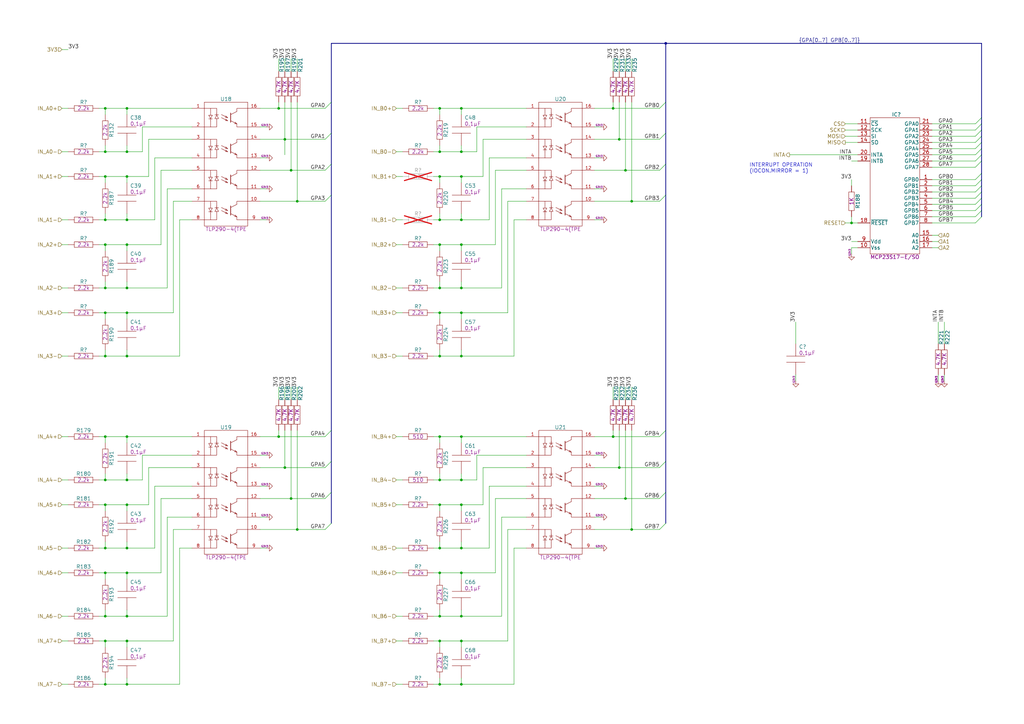
<source format=kicad_sch>
(kicad_sch (version 20230819) (generator eeschema)
  (paper "A3")
  (title_block (title "EOL ECU MIX CARD") (date "2023-09-26") (rev "0C") (company "ARXTRON TECHNOLOGIES") (comment 1 "A0180-V0") (comment 2 "PRJ22180") (comment 3 "EOL ECU RCM8 RCM9") (comment 4 "ANTON TOKARSKYI"))
  (lib_symbols
    (symbol "Capacitor_AVX:06035C104KAZ2A" (pin_numbers hide) (pin_names (offset 1.016))
      (property "Reference" "C" (at -5.08 1.27 90))
      (property "Nominal" "0.1µF" (at -2.54 1.27 90))
      (symbol "06035C104KAZ2A_1_1"
        (pin passive line (at -6.35 0 0) (length 5.08) (name "~") (number "1"))
        (pin passive line (at 6.35 0 180) (length 5.08) (name "~") (number "2"))
      )
    )
    (symbol "Microchip:MCP23S17_E_SO" (pin_names (offset 0.254))
      (property "Reference" "IC" (at 0.635 20.32 0))
      (property "ManufacturerPartNumber" "MCP23S17-E/SO" (at 0 -38.1 0))
      (symbol "MCP23S17_E_SO_1_1"
        (pin passive line (at 15.24 -6.35 180) (length 5.08) (name "GPB0") (number "1"))
        (pin passive line (at -15.24 -34.29 0) (length 5.08) (name "Vss") (number "10"))
        (pin passive line (at -15.24 16.51 0) (length 5.08) (name "~{CS}") (number "11"))
        (pin passive line (at -15.24 13.97 0) (length 5.08) (name "SCK") (number "12"))
        (pin passive line (at -15.24 11.43 0) (length 5.08) (name "SI") (number "13"))
        (pin passive line (at -15.24 8.89 0) (length 5.08) (name "SO") (number "14"))
        (pin passive line (at 15.24 -29.21 180) (length 5.08) (name "A0") (number "15"))
        (pin passive line (at 15.24 -31.75 180) (length 5.08) (name "A1") (number "16"))
        (pin passive line (at 15.24 -34.29 180) (length 5.08) (name "A2") (number "17"))
        (pin passive line (at -15.24 -24.13 0) (length 5.08) (name "~{RESET}") (number "18"))
        (pin passive line (at -15.24 1.27 0) (length 5.08) (name "INTB") (number "19"))
        (pin passive line (at 15.24 -8.89 180) (length 5.08) (name "GPB1") (number "2"))
        (pin passive line (at -15.24 3.81 0) (length 5.08) (name "INTA") (number "20"))
        (pin passive line (at 15.24 16.51 180) (length 5.08) (name "GPA0") (number "21"))
        (pin passive line (at 15.24 13.97 180) (length 5.08) (name "GPA1") (number "22"))
        (pin passive line (at 15.24 11.43 180) (length 5.08) (name "GPA2") (number "23"))
        (pin passive line (at 15.24 8.89 180) (length 5.08) (name "GPA3") (number "24"))
        (pin passive line (at 15.24 6.35 180) (length 5.08) (name "GPA4") (number "25"))
        (pin passive line (at 15.24 3.81 180) (length 5.08) (name "GPA5") (number "26"))
        (pin passive line (at 15.24 1.27 180) (length 5.08) (name "GPA6") (number "27"))
        (pin passive line (at 15.24 -1.27 180) (length 5.08) (name "GPA7") (number "28"))
        (pin passive line (at 15.24 -11.43 180) (length 5.08) (name "GPB2") (number "3"))
        (pin passive line (at 15.24 -13.97 180) (length 5.08) (name "GPB3") (number "4"))
        (pin passive line (at 15.24 -16.51 180) (length 5.08) (name "GPB4") (number "5"))
        (pin passive line (at 15.24 -19.05 180) (length 5.08) (name "GPB5") (number "6"))
        (pin passive line (at 15.24 -21.59 180) (length 5.08) (name "GPB6") (number "7"))
        (pin passive line (at 15.24 -24.13 180) (length 5.08) (name "GPB7") (number "8"))
        (pin passive line (at -15.24 -31.75 0) (length 5.08) (name "Vdd") (number "9"))
      )
    )
    (symbol "Resistor_Yageo:RC0603FR-071KL" (pin_numbers hide) (pin_names (offset 1.016))
      (property "Reference" "R" (at 0 2.54 0))
      (property "Nominal" "1K" (at 0 0 0))
      (symbol "RC0603FR-071KL_1_1"
        (pin passive line (at -6.35 0 0) (length 2.54) (name "~") (number "1"))
        (pin passive line (at 6.35 0 180) (length 2.54) (name "~") (number "2"))
      )
    )
    (symbol "Resistor_Yageo:RC0603FR-074K7L" (pin_numbers hide) (pin_names (offset 1.016))
      (property "Reference" "R" (at 0 2.54 0))
      (property "Nominal" "4.7K" (at 0 0 0))
      (symbol "RC0603FR-074K7L_1_1"
        (pin passive line (at -6.35 0 0) (length 2.54) (name "~") (number "1"))
        (pin passive line (at 6.35 0 180) (length 2.54) (name "~") (number "2"))
      )
    )
    (symbol "Resistor_Yageo:RC0603FR-07510RL" (pin_numbers hide) (pin_names (offset 1.016))
      (property "Reference" "R" (at 0 2.54 0))
      (property "Nominal" "510" (at 0 0 0))
      (symbol "RC0603FR-07510RL_1_1"
        (pin passive line (at -6.35 0 0) (length 2.54) (name "~") (number "1"))
        (pin passive line (at 6.35 0 180) (length 2.54) (name "~") (number "2"))
      )
    )
    (symbol "Resistor_Yageo:RC0603JR-072K2L" (pin_numbers hide) (pin_names (offset 1.016) hide)
      (property "Reference" "R" (at 0 2.54 0))
      (property "Nominal" "2.2k" (at 0 0 0))
      (symbol "RC0603JR-072K2L_1_1"
        (pin passive line (at -6.35 0 0) (length 2.54) (name "~") (number "1"))
        (pin passive line (at 6.35 0 180) (length 2.54) (name "~") (number "2"))
      )
    )
    (symbol "Toshiba:TLP290-4(TPE" (pin_names (offset 0.762) hide)
      (property "Reference" "U" (at 0 7.62 0))
      (property "ManufacturerPartNumber" "TLP290-4(TPE" (at 0 -45.72 0))
      (symbol "TLP290-4(TPE_1_1"
        (pin passive line (at -13.97 3.81 0) (length 5.08) (name "~") (number "1"))
        (pin passive line (at 13.97 -34.29 180) (length 5.08) (name "~") (number "10"))
        (pin passive line (at 13.97 -29.21 180) (length 5.08) (name "~") (number "11"))
        (pin passive line (at 13.97 -21.59 180) (length 5.08) (name "~") (number "12"))
        (pin passive line (at 13.97 -16.51 180) (length 5.08) (name "~") (number "13"))
        (pin passive line (at 13.97 -8.89 180) (length 5.08) (name "~") (number "14"))
        (pin passive line (at 13.97 -3.81 180) (length 5.08) (name "~") (number "15"))
        (pin passive line (at 13.97 3.81 180) (length 5.08) (name "~") (number "16"))
        (pin passive line (at -13.97 -3.81 0) (length 5.08) (name "~") (number "2"))
        (pin passive line (at -13.97 -8.89 0) (length 5.08) (name "~") (number "3"))
        (pin passive line (at -13.97 -16.51 0) (length 5.08) (name "~") (number "4"))
        (pin passive line (at -13.97 -21.59 0) (length 5.08) (name "~") (number "5"))
        (pin passive line (at -13.97 -29.21 0) (length 5.08) (name "~") (number "6"))
        (pin passive line (at -13.97 -34.29 0) (length 5.08) (name "~") (number "7"))
        (pin passive line (at -13.97 -41.91 0) (length 5.08) (name "~") (number "8"))
        (pin passive line (at 13.97 -41.91 180) (length 5.08) (name "~") (number "9"))
      )
    )
    (symbol "_power_symbol:GND_3V3" (power) (pin_names (offset 0))
      (property "ShortName" "G3V3" (at -0.762 0.635 90))
      (symbol "GND_3V3_1_1"
        (pin power_in line (at 0 0 270) (length 0) hide (name "GNDD") (number "1"))
      )
    )
  )
  (junction (at 43.18 252.73))
  (junction (at 114.3 44.45))
  (junction (at 52.07 62.23))
  (junction (at 189.23 100.33))
  (junction (at 180.34 207.01))
  (junction (at 43.18 179.07))
  (junction (at 43.18 234.95))
  (junction (at 180.34 179.07))
  (junction (at 52.07 146.05))
  (junction (at 251.46 44.45))
  (junction (at 180.34 280.67))
  (junction (at 189.23 128.27))
  (junction (at 189.23 207.01))
  (junction (at 52.07 234.95))
  (junction (at 52.07 100.33))
  (junction (at 251.46 179.07))
  (junction (at 180.34 234.95))
  (junction (at 180.34 72.39))
  (junction (at 189.23 280.67))
  (junction (at 43.18 262.89))
  (junction (at 349.25 91.44))
  (junction (at 180.34 262.89))
  (junction (at 189.23 62.23))
  (junction (at 180.34 118.11))
  (junction (at 52.07 44.45))
  (junction (at 189.23 90.17))
  (junction (at 52.07 72.39))
  (junction (at 121.92 82.55))
  (junction (at 116.84 57.15))
  (junction (at 52.07 90.17))
  (junction (at 180.34 252.73))
  (junction (at 43.18 90.17))
  (junction (at 43.18 280.67))
  (junction (at 189.23 44.45))
  (junction (at 259.08 82.55))
  (junction (at 189.23 252.73))
  (junction (at 180.34 196.85))
  (junction (at 119.38 69.85))
  (junction (at 52.07 118.11))
  (junction (at 43.18 128.27))
  (junction (at 52.07 262.89))
  (junction (at 189.23 224.79))
  (junction (at 52.07 280.67))
  (junction (at 180.34 44.45))
  (junction (at 43.18 100.33))
  (junction (at 189.23 118.11))
  (junction (at 256.54 69.85))
  (junction (at 180.34 128.27))
  (junction (at 256.54 204.47))
  (junction (at 180.34 146.05))
  (junction (at 273.05 17.78))
  (junction (at 114.3 179.07))
  (junction (at 189.23 262.89))
  (junction (at 52.07 196.85))
  (junction (at 189.23 196.85))
  (junction (at 52.07 207.01))
  (junction (at 180.34 62.23))
  (junction (at 180.34 90.17))
  (junction (at 189.23 72.39))
  (junction (at 43.18 146.05))
  (junction (at 254 191.77))
  (junction (at 189.23 179.07))
  (junction (at 43.18 224.79))
  (junction (at 189.23 146.05))
  (junction (at 259.08 217.17))
  (junction (at 116.84 191.77))
  (junction (at 180.34 100.33))
  (junction (at 254 57.15))
  (junction (at 43.18 44.45))
  (junction (at 43.18 118.11))
  (junction (at 119.38 204.47))
  (junction (at 52.07 128.27))
  (junction (at 43.18 207.01))
  (junction (at 43.18 62.23))
  (junction (at 43.18 72.39))
  (junction (at 52.07 252.73))
  (junction (at 52.07 179.07))
  (junction (at 121.92 217.17))
  (junction (at 180.34 224.79))
  (junction (at 189.23 234.95))
  (junction (at 43.18 196.85))
  (junction (at 52.07 224.79))
  (bus_entry (at 133.35 57.15) (size 2.54 -2.54))
  (bus_entry (at 400.05 88.9) (size 2.54 -2.54))
  (bus_entry (at 400.05 76.2) (size 2.54 -2.54))
  (bus_entry (at 133.35 82.55) (size 2.54 -2.54))
  (bus_entry (at 400.05 55.88) (size 2.54 -2.54))
  (bus_entry (at 400.05 73.66) (size 2.54 -2.54))
  (bus_entry (at 270.51 57.15) (size 2.54 -2.54))
  (bus_entry (at 133.35 179.07) (size 2.54 -2.54))
  (bus_entry (at 400.05 66.04) (size 2.54 -2.54))
  (bus_entry (at 133.35 44.45) (size 2.54 -2.54))
  (bus_entry (at 133.35 191.77) (size 2.54 -2.54))
  (bus_entry (at 400.05 58.42) (size 2.54 -2.54))
  (bus_entry (at 400.05 83.82) (size 2.54 -2.54))
  (bus_entry (at 133.35 204.47) (size 2.54 -2.54))
  (bus_entry (at 400.05 78.74) (size 2.54 -2.54))
  (bus_entry (at 400.05 86.36) (size 2.54 -2.54))
  (bus_entry (at 400.05 60.96) (size 2.54 -2.54))
  (bus_entry (at 133.35 217.17) (size 2.54 -2.54))
  (bus_entry (at 270.51 204.47) (size 2.54 -2.54))
  (bus_entry (at 270.51 217.17) (size 2.54 -2.54))
  (bus_entry (at 270.51 69.85) (size 2.54 -2.54))
  (bus_entry (at 400.05 68.58) (size 2.54 -2.54))
  (bus_entry (at 400.05 91.44) (size 2.54 -2.54))
  (bus_entry (at 400.05 50.8) (size 2.54 -2.54))
  (bus_entry (at 270.51 82.55) (size 2.54 -2.54))
  (bus_entry (at 400.05 81.28) (size 2.54 -2.54))
  (bus_entry (at 400.05 63.5) (size 2.54 -2.54))
  (bus_entry (at 400.05 53.34) (size 2.54 -2.54))
  (bus_entry (at 270.51 44.45) (size 2.54 -2.54))
  (bus_entry (at 270.51 191.77) (size 2.54 -2.54))
  (bus_entry (at 133.35 69.85) (size 2.54 -2.54))
  (bus_entry (at 270.51 179.07) (size 2.54 -2.54))
  (bus (pts (xy 402.59 58.42) (xy 402.59 60.96)))
  (wire (pts (xy 259.08 82.55) (xy 270.51 82.55)))
  (wire (pts (xy 254 176.53) (xy 254 191.77)))
  (wire (pts (xy 52.07 224.79) (xy 63.5 224.79)))
  (wire (pts (xy 52.07 90.17) (xy 63.5 90.17)))
  (wire (pts (xy 43.18 90.17) (xy 52.07 90.17)))
  (wire (pts (xy 177.8 62.23) (xy 180.34 62.23)))
  (wire (pts (xy 180.34 130.81) (xy 180.34 128.27)))
  (wire (pts (xy 43.18 224.79) (xy 43.18 222.25)))
  (wire (pts (xy 73.66 224.79) (xy 78.74 224.79)))
  (wire (pts (xy 119.38 69.85) (xy 133.35 69.85)))
  (wire (pts (xy 114.3 41.91) (xy 114.3 44.45)))
  (wire (pts (xy 349.25 104.14) (xy 349.25 101.6)))
  (wire (pts (xy 251.46 163.83) (xy 251.46 158.75)))
  (wire (pts (xy 43.18 209.55) (xy 43.18 207.01)))
  (wire (pts (xy 52.07 146.05) (xy 52.07 143.51)))
  (wire (pts (xy 52.07 46.99) (xy 52.07 44.45)))
  (bus (pts (xy 402.59 53.34) (xy 402.59 55.88)))
  (wire (pts (xy 254 41.91) (xy 254 57.15)))
  (wire (pts (xy 259.08 29.21) (xy 259.08 24.13)))
  (wire (pts (xy 382.27 86.36) (xy 400.05 86.36)))
  (wire (pts (xy 203.2 69.85) (xy 215.9 69.85)))
  (wire (pts (xy 114.3 179.07) (xy 133.35 179.07)))
  (wire (pts (xy 189.23 252.73) (xy 189.23 250.19)))
  (bus (pts (xy 402.59 83.82) (xy 402.59 86.36)))
  (wire (pts (xy 203.2 204.47) (xy 215.9 204.47)))
  (wire (pts (xy 382.27 55.88) (xy 400.05 55.88)))
  (wire (pts (xy 189.23 100.33) (xy 203.2 100.33)))
  (wire (pts (xy 189.23 262.89) (xy 208.28 262.89)))
  (wire (pts (xy 382.27 50.8) (xy 400.05 50.8)))
  (wire (pts (xy 43.18 146.05) (xy 43.18 143.51)))
  (wire (pts (xy 323.85 63.5) (xy 351.79 63.5)))
  (wire (pts (xy 382.27 81.28) (xy 400.05 81.28)))
  (wire (pts (xy 180.34 209.55) (xy 180.34 207.01)))
  (wire (pts (xy 114.3 29.21) (xy 114.3 24.13)))
  (wire (pts (xy 387.35 156.21) (xy 387.35 153.67)))
  (wire (pts (xy 243.84 52.07) (xy 246.38 52.07)))
  (wire (pts (xy 256.54 204.47) (xy 270.51 204.47)))
  (wire (pts (xy 66.04 69.85) (xy 66.04 100.33)))
  (wire (pts (xy 203.2 204.47) (xy 203.2 234.95)))
  (wire (pts (xy 189.23 90.17) (xy 200.66 90.17)))
  (wire (pts (xy 68.58 77.47) (xy 68.58 118.11)))
  (wire (pts (xy 71.12 262.89) (xy 71.12 217.17)))
  (wire (pts (xy 43.18 224.79) (xy 52.07 224.79)))
  (wire (pts (xy 351.79 50.8) (xy 346.71 50.8)))
  (wire (pts (xy 43.18 118.11) (xy 52.07 118.11)))
  (wire (pts (xy 180.34 252.73) (xy 180.34 250.19)))
  (wire (pts (xy 114.3 44.45) (xy 133.35 44.45)))
  (wire (pts (xy 210.82 90.17) (xy 210.82 146.05)))
  (wire (pts (xy 254 163.83) (xy 254 158.75)))
  (wire (pts (xy 25.4 90.17) (xy 27.94 90.17)))
  (wire (pts (xy 384.81 156.21) (xy 384.81 153.67)))
  (wire (pts (xy 43.18 280.67) (xy 43.18 278.13)))
  (bus (pts (xy 135.89 67.31) (xy 135.89 80.01)))
  (wire (pts (xy 189.23 62.23) (xy 195.58 62.23)))
  (wire (pts (xy 106.68 57.15) (xy 116.84 57.15)))
  (wire (pts (xy 52.07 234.95) (xy 66.04 234.95)))
  (wire (pts (xy 52.07 146.05) (xy 73.66 146.05)))
  (wire (pts (xy 200.66 199.39) (xy 215.9 199.39)))
  (wire (pts (xy 52.07 62.23) (xy 52.07 59.69)))
  (wire (pts (xy 58.42 186.69) (xy 58.42 196.85)))
  (wire (pts (xy 189.23 44.45) (xy 215.9 44.45)))
  (bus (pts (xy 273.05 80.01) (xy 273.05 176.53)))
  (bus (pts (xy 273.05 17.78) (xy 402.59 17.78)))
  (wire (pts (xy 43.18 100.33) (xy 52.07 100.33)))
  (wire (pts (xy 162.56 146.05) (xy 165.1 146.05)))
  (wire (pts (xy 43.18 252.73) (xy 52.07 252.73)))
  (wire (pts (xy 351.79 55.88) (xy 346.71 55.88)))
  (wire (pts (xy 27.94 20.32) (xy 25.4 20.32)))
  (wire (pts (xy 198.12 72.39) (xy 198.12 57.15)))
  (wire (pts (xy 326.39 153.67) (xy 326.39 156.21)))
  (wire (pts (xy 180.34 118.11) (xy 189.23 118.11)))
  (bus (pts (xy 273.05 17.78) (xy 273.05 41.91)))
  (wire (pts (xy 40.64 90.17) (xy 43.18 90.17)))
  (wire (pts (xy 177.8 100.33) (xy 180.34 100.33)))
  (wire (pts (xy 189.23 207.01) (xy 198.12 207.01)))
  (wire (pts (xy 52.07 74.93) (xy 52.07 72.39)))
  (wire (pts (xy 256.54 29.21) (xy 256.54 24.13)))
  (wire (pts (xy 382.27 73.66) (xy 400.05 73.66)))
  (wire (pts (xy 198.12 57.15) (xy 215.9 57.15)))
  (wire (pts (xy 40.64 128.27) (xy 43.18 128.27)))
  (wire (pts (xy 259.08 217.17) (xy 270.51 217.17)))
  (wire (pts (xy 121.92 163.83) (xy 121.92 158.75)))
  (wire (pts (xy 40.64 44.45) (xy 43.18 44.45)))
  (wire (pts (xy 106.68 52.07) (xy 109.22 52.07)))
  (wire (pts (xy 180.34 262.89) (xy 189.23 262.89)))
  (wire (pts (xy 180.34 90.17) (xy 180.34 87.63)))
  (wire (pts (xy 189.23 90.17) (xy 189.23 87.63)))
  (wire (pts (xy 180.34 128.27) (xy 189.23 128.27)))
  (wire (pts (xy 256.54 163.83) (xy 256.54 158.75)))
  (wire (pts (xy 162.56 262.89) (xy 165.1 262.89)))
  (wire (pts (xy 189.23 102.87) (xy 189.23 100.33)))
  (bus (pts (xy 402.59 48.26) (xy 402.59 50.8)))
  (bus (pts (xy 135.89 80.01) (xy 135.89 176.53)))
  (wire (pts (xy 25.4 179.07) (xy 27.94 179.07)))
  (wire (pts (xy 43.18 44.45) (xy 52.07 44.45)))
  (wire (pts (xy 119.38 41.91) (xy 119.38 69.85)))
  (bus (pts (xy 402.59 78.74) (xy 402.59 81.28)))
  (wire (pts (xy 346.71 53.34) (xy 351.79 53.34)))
  (wire (pts (xy 180.34 74.93) (xy 180.34 72.39)))
  (wire (pts (xy 180.34 100.33) (xy 189.23 100.33)))
  (wire (pts (xy 43.18 181.61) (xy 43.18 179.07)))
  (wire (pts (xy 43.18 102.87) (xy 43.18 100.33)))
  (wire (pts (xy 180.34 280.67) (xy 180.34 278.13)))
  (wire (pts (xy 195.58 52.07) (xy 195.58 62.23)))
  (wire (pts (xy 177.8 207.01) (xy 180.34 207.01)))
  (wire (pts (xy 43.18 62.23) (xy 52.07 62.23)))
  (wire (pts (xy 60.96 191.77) (xy 78.74 191.77)))
  (wire (pts (xy 162.56 179.07) (xy 165.1 179.07)))
  (wire (pts (xy 256.54 176.53) (xy 256.54 204.47)))
  (wire (pts (xy 180.34 44.45) (xy 189.23 44.45)))
  (wire (pts (xy 52.07 90.17) (xy 52.07 87.63)))
  (wire (pts (xy 73.66 224.79) (xy 73.66 280.67)))
  (wire (pts (xy 106.68 212.09) (xy 109.22 212.09)))
  (wire (pts (xy 43.18 237.49) (xy 43.18 234.95)))
  (wire (pts (xy 189.23 265.43) (xy 189.23 262.89)))
  (wire (pts (xy 180.34 72.39) (xy 189.23 72.39)))
  (wire (pts (xy 162.56 44.45) (xy 165.1 44.45)))
  (wire (pts (xy 106.68 90.17) (xy 109.22 90.17)))
  (wire (pts (xy 162.56 280.67) (xy 165.1 280.67)))
  (wire (pts (xy 119.38 163.83) (xy 119.38 158.75)))
  (wire (pts (xy 52.07 265.43) (xy 52.07 262.89)))
  (wire (pts (xy 189.23 130.81) (xy 189.23 128.27)))
  (wire (pts (xy 205.74 212.09) (xy 215.9 212.09)))
  (wire (pts (xy 25.4 128.27) (xy 27.94 128.27)))
  (wire (pts (xy 106.68 191.77) (xy 116.84 191.77)))
  (wire (pts (xy 40.64 179.07) (xy 43.18 179.07)))
  (wire (pts (xy 119.38 29.21) (xy 119.38 24.13)))
  (wire (pts (xy 180.34 196.85) (xy 180.34 194.31)))
  (wire (pts (xy 189.23 74.93) (xy 189.23 72.39)))
  (wire (pts (xy 180.34 196.85) (xy 189.23 196.85)))
  (wire (pts (xy 40.64 100.33) (xy 43.18 100.33)))
  (bus (pts (xy 402.59 76.2) (xy 402.59 78.74)))
  (wire (pts (xy 243.84 69.85) (xy 256.54 69.85)))
  (wire (pts (xy 40.64 207.01) (xy 43.18 207.01)))
  (wire (pts (xy 58.42 186.69) (xy 78.74 186.69)))
  (wire (pts (xy 384.81 132.08) (xy 384.81 140.97)))
  (wire (pts (xy 58.42 52.07) (xy 58.42 62.23)))
  (wire (pts (xy 243.84 191.77) (xy 254 191.77)))
  (wire (pts (xy 106.68 199.39) (xy 109.22 199.39)))
  (wire (pts (xy 180.34 252.73) (xy 189.23 252.73)))
  (wire (pts (xy 200.66 90.17) (xy 200.66 64.77)))
  (wire (pts (xy 52.07 72.39) (xy 60.96 72.39)))
  (wire (pts (xy 71.12 82.55) (xy 78.74 82.55)))
  (wire (pts (xy 73.66 90.17) (xy 73.66 146.05)))
  (wire (pts (xy 43.18 118.11) (xy 43.18 115.57)))
  (wire (pts (xy 106.68 69.85) (xy 119.38 69.85)))
  (wire (pts (xy 195.58 52.07) (xy 215.9 52.07)))
  (bus (pts (xy 402.59 71.12) (xy 402.59 73.66)))
  (wire (pts (xy 382.27 78.74) (xy 400.05 78.74)))
  (wire (pts (xy 52.07 224.79) (xy 52.07 222.25)))
  (wire (pts (xy 205.74 77.47) (xy 205.74 118.11)))
  (wire (pts (xy 40.64 234.95) (xy 43.18 234.95)))
  (wire (pts (xy 121.92 82.55) (xy 133.35 82.55)))
  (wire (pts (xy 40.64 62.23) (xy 43.18 62.23)))
  (wire (pts (xy 243.84 204.47) (xy 256.54 204.47)))
  (wire (pts (xy 243.84 90.17) (xy 246.38 90.17)))
  (wire (pts (xy 71.12 217.17) (xy 78.74 217.17)))
  (bus (pts (xy 135.89 41.91) (xy 135.89 54.61)))
  (wire (pts (xy 382.27 83.82) (xy 400.05 83.82)))
  (wire (pts (xy 243.84 44.45) (xy 251.46 44.45)))
  (bus (pts (xy 135.89 176.53) (xy 135.89 189.23)))
  (wire (pts (xy 162.56 196.85) (xy 165.1 196.85)))
  (wire (pts (xy 208.28 217.17) (xy 215.9 217.17)))
  (wire (pts (xy 25.4 234.95) (xy 27.94 234.95)))
  (wire (pts (xy 43.18 179.07) (xy 52.07 179.07)))
  (bus (pts (xy 402.59 17.78) (xy 402.59 48.26)))
  (wire (pts (xy 243.84 199.39) (xy 246.38 199.39)))
  (wire (pts (xy 52.07 179.07) (xy 78.74 179.07)))
  (wire (pts (xy 189.23 209.55) (xy 189.23 207.01)))
  (wire (pts (xy 180.34 224.79) (xy 189.23 224.79)))
  (wire (pts (xy 52.07 100.33) (xy 66.04 100.33)))
  (wire (pts (xy 251.46 176.53) (xy 251.46 179.07)))
  (bus (pts (xy 402.59 63.5) (xy 402.59 66.04)))
  (wire (pts (xy 189.23 146.05) (xy 189.23 143.51)))
  (wire (pts (xy 208.28 82.55) (xy 215.9 82.55)))
  (wire (pts (xy 382.27 63.5) (xy 400.05 63.5)))
  (wire (pts (xy 25.4 252.73) (xy 27.94 252.73)))
  (wire (pts (xy 25.4 280.67) (xy 27.94 280.67)))
  (wire (pts (xy 121.92 41.91) (xy 121.92 82.55)))
  (wire (pts (xy 60.96 207.01) (xy 60.96 191.77)))
  (wire (pts (xy 40.64 196.85) (xy 43.18 196.85)))
  (wire (pts (xy 203.2 69.85) (xy 203.2 100.33)))
  (wire (pts (xy 52.07 118.11) (xy 68.58 118.11)))
  (wire (pts (xy 68.58 77.47) (xy 78.74 77.47)))
  (wire (pts (xy 254 191.77) (xy 270.51 191.77)))
  (wire (pts (xy 162.56 224.79) (xy 165.1 224.79)))
  (wire (pts (xy 251.46 29.21) (xy 251.46 24.13)))
  (wire (pts (xy 52.07 252.73) (xy 52.07 250.19)))
  (wire (pts (xy 384.81 101.6) (xy 382.27 101.6)))
  (wire (pts (xy 243.84 82.55) (xy 259.08 82.55)))
  (wire (pts (xy 195.58 186.69) (xy 195.58 196.85)))
  (wire (pts (xy 180.34 234.95) (xy 189.23 234.95)))
  (bus (pts (xy 273.05 54.61) (xy 273.05 67.31)))
  (wire (pts (xy 63.5 90.17) (xy 63.5 64.77)))
  (wire (pts (xy 43.18 90.17) (xy 43.18 87.63)))
  (wire (pts (xy 180.34 146.05) (xy 189.23 146.05)))
  (wire (pts (xy 25.4 146.05) (xy 27.94 146.05)))
  (wire (pts (xy 382.27 53.34) (xy 400.05 53.34)))
  (wire (pts (xy 52.07 280.67) (xy 73.66 280.67)))
  (wire (pts (xy 40.64 224.79) (xy 43.18 224.79)))
  (wire (pts (xy 43.18 196.85) (xy 52.07 196.85)))
  (wire (pts (xy 116.84 57.15) (xy 116.84 63.5)))
  (wire (pts (xy 52.07 209.55) (xy 52.07 207.01)))
  (wire (pts (xy 25.4 224.79) (xy 27.94 224.79)))
  (wire (pts (xy 162.56 234.95) (xy 165.1 234.95)))
  (wire (pts (xy 382.27 91.44) (xy 400.05 91.44)))
  (wire (pts (xy 198.12 191.77) (xy 215.9 191.77)))
  (wire (pts (xy 177.8 224.79) (xy 180.34 224.79)))
  (wire (pts (xy 40.64 262.89) (xy 43.18 262.89)))
  (wire (pts (xy 382.27 68.58) (xy 400.05 68.58)))
  (wire (pts (xy 25.4 118.11) (xy 27.94 118.11)))
  (wire (pts (xy 180.34 146.05) (xy 180.34 143.51)))
  (wire (pts (xy 162.56 62.23) (xy 165.1 62.23)))
  (wire (pts (xy 346.71 91.44) (xy 349.25 91.44)))
  (bus (pts (xy 273.05 17.78) (xy 135.89 17.78)))
  (wire (pts (xy 40.64 72.39) (xy 43.18 72.39)))
  (wire (pts (xy 180.34 62.23) (xy 189.23 62.23)))
  (wire (pts (xy 208.28 128.27) (xy 208.28 82.55)))
  (wire (pts (xy 180.34 102.87) (xy 180.34 100.33)))
  (wire (pts (xy 189.23 46.99) (xy 189.23 44.45)))
  (wire (pts (xy 210.82 224.79) (xy 210.82 280.67)))
  (wire (pts (xy 180.34 62.23) (xy 180.34 59.69)))
  (wire (pts (xy 256.54 41.91) (xy 256.54 69.85)))
  (wire (pts (xy 52.07 102.87) (xy 52.07 100.33)))
  (wire (pts (xy 106.68 217.17) (xy 121.92 217.17)))
  (wire (pts (xy 351.79 91.44) (xy 349.25 91.44)))
  (wire (pts (xy 243.84 212.09) (xy 246.38 212.09)))
  (wire (pts (xy 177.8 179.07) (xy 180.34 179.07)))
  (wire (pts (xy 162.56 100.33) (xy 165.1 100.33)))
  (wire (pts (xy 71.12 128.27) (xy 71.12 82.55)))
  (wire (pts (xy 382.27 60.96) (xy 400.05 60.96)))
  (bus (pts (xy 402.59 86.36) (xy 402.59 88.9)))
  (wire (pts (xy 68.58 212.09) (xy 68.58 252.73)))
  (bus (pts (xy 402.59 50.8) (xy 402.59 53.34)))
  (wire (pts (xy 52.07 237.49) (xy 52.07 234.95)))
  (wire (pts (xy 119.38 176.53) (xy 119.38 204.47)))
  (wire (pts (xy 73.66 90.17) (xy 78.74 90.17)))
  (wire (pts (xy 382.27 76.2) (xy 400.05 76.2)))
  (wire (pts (xy 106.68 44.45) (xy 114.3 44.45)))
  (wire (pts (xy 43.18 130.81) (xy 43.18 128.27)))
  (wire (pts (xy 60.96 72.39) (xy 60.96 57.15)))
  (bus (pts (xy 402.59 60.96) (xy 402.59 63.5)))
  (wire (pts (xy 52.07 181.61) (xy 52.07 179.07)))
  (wire (pts (xy 189.23 181.61) (xy 189.23 179.07)))
  (bus (pts (xy 135.89 201.93) (xy 135.89 214.63)))
  (wire (pts (xy 189.23 224.79) (xy 189.23 222.25)))
  (wire (pts (xy 177.8 128.27) (xy 180.34 128.27)))
  (wire (pts (xy 198.12 207.01) (xy 198.12 191.77)))
  (wire (pts (xy 106.68 179.07) (xy 114.3 179.07)))
  (wire (pts (xy 251.46 41.91) (xy 251.46 44.45)))
  (wire (pts (xy 177.8 196.85) (xy 180.34 196.85)))
  (wire (pts (xy 25.4 196.85) (xy 27.94 196.85)))
  (wire (pts (xy 116.84 191.77) (xy 133.35 191.77)))
  (bus (pts (xy 273.05 67.31) (xy 273.05 80.01)))
  (wire (pts (xy 63.5 64.77) (xy 78.74 64.77)))
  (wire (pts (xy 52.07 252.73) (xy 68.58 252.73)))
  (wire (pts (xy 43.18 280.67) (xy 52.07 280.67)))
  (wire (pts (xy 52.07 128.27) (xy 71.12 128.27)))
  (bus (pts (xy 402.59 73.66) (xy 402.59 76.2)))
  (wire (pts (xy 346.71 58.42) (xy 351.79 58.42)))
  (wire (pts (xy 189.23 128.27) (xy 208.28 128.27)))
  (wire (pts (xy 189.23 234.95) (xy 203.2 234.95)))
  (wire (pts (xy 189.23 72.39) (xy 198.12 72.39)))
  (wire (pts (xy 40.64 146.05) (xy 43.18 146.05)))
  (wire (pts (xy 177.8 234.95) (xy 180.34 234.95)))
  (wire (pts (xy 162.56 72.39) (xy 165.1 72.39)))
  (wire (pts (xy 116.84 163.83) (xy 116.84 158.75)))
  (wire (pts (xy 180.34 280.67) (xy 189.23 280.67)))
  (bus (pts (xy 402.59 55.88) (xy 402.59 58.42)))
  (bus (pts (xy 273.05 41.91) (xy 273.05 54.61)))
  (wire (pts (xy 180.34 207.01) (xy 189.23 207.01)))
  (wire (pts (xy 243.84 186.69) (xy 246.38 186.69)))
  (wire (pts (xy 43.18 72.39) (xy 52.07 72.39)))
  (wire (pts (xy 52.07 196.85) (xy 52.07 194.31)))
  (wire (pts (xy 121.92 176.53) (xy 121.92 217.17)))
  (wire (pts (xy 382.27 88.9) (xy 400.05 88.9)))
  (wire (pts (xy 243.84 57.15) (xy 254 57.15)))
  (wire (pts (xy 52.07 196.85) (xy 58.42 196.85)))
  (wire (pts (xy 58.42 52.07) (xy 78.74 52.07)))
  (wire (pts (xy 162.56 252.73) (xy 165.1 252.73)))
  (wire (pts (xy 25.4 100.33) (xy 27.94 100.33)))
  (wire (pts (xy 205.74 212.09) (xy 205.74 252.73)))
  (wire (pts (xy 254 57.15) (xy 270.51 57.15)))
  (wire (pts (xy 43.18 265.43) (xy 43.18 262.89)))
  (wire (pts (xy 25.4 44.45) (xy 27.94 44.45)))
  (wire (pts (xy 189.23 224.79) (xy 200.66 224.79)))
  (wire (pts (xy 200.66 64.77) (xy 215.9 64.77)))
  (wire (pts (xy 200.66 224.79) (xy 200.66 199.39)))
  (wire (pts (xy 243.84 179.07) (xy 251.46 179.07)))
  (wire (pts (xy 177.8 90.17) (xy 180.34 90.17)))
  (wire (pts (xy 205.74 77.47) (xy 215.9 77.47)))
  (bus (pts (xy 135.89 54.61) (xy 135.89 67.31)))
  (bus (pts (xy 273.05 201.93) (xy 273.05 214.63)))
  (wire (pts (xy 121.92 29.21) (xy 121.92 24.13)))
  (bus (pts (xy 273.05 176.53) (xy 273.05 189.23)))
  (wire (pts (xy 243.84 64.77) (xy 246.38 64.77)))
  (wire (pts (xy 195.58 186.69) (xy 215.9 186.69)))
  (wire (pts (xy 180.34 179.07) (xy 189.23 179.07)))
  (wire (pts (xy 189.23 146.05) (xy 210.82 146.05)))
  (wire (pts (xy 66.04 204.47) (xy 78.74 204.47)))
  (wire (pts (xy 256.54 69.85) (xy 270.51 69.85)))
  (wire (pts (xy 40.64 280.67) (xy 43.18 280.67)))
  (wire (pts (xy 243.84 224.79) (xy 246.38 224.79)))
  (wire (pts (xy 177.8 262.89) (xy 180.34 262.89)))
  (wire (pts (xy 43.18 196.85) (xy 43.18 194.31)))
  (wire (pts (xy 121.92 217.17) (xy 133.35 217.17)))
  (wire (pts (xy 116.84 57.15) (xy 133.35 57.15)))
  (wire (pts (xy 40.64 118.11) (xy 43.18 118.11)))
  (wire (pts (xy 189.23 237.49) (xy 189.23 234.95)))
  (wire (pts (xy 63.5 224.79) (xy 63.5 199.39)))
  (wire (pts (xy 43.18 128.27) (xy 52.07 128.27)))
  (wire (pts (xy 189.23 280.67) (xy 210.82 280.67)))
  (wire (pts (xy 25.4 262.89) (xy 27.94 262.89)))
  (wire (pts (xy 382.27 66.04) (xy 400.05 66.04)))
  (wire (pts (xy 52.07 118.11) (xy 52.07 115.57)))
  (wire (pts (xy 52.07 44.45) (xy 78.74 44.45)))
  (wire (pts (xy 43.18 62.23) (xy 43.18 59.69)))
  (wire (pts (xy 40.64 252.73) (xy 43.18 252.73)))
  (wire (pts (xy 180.34 224.79) (xy 180.34 222.25)))
  (wire (pts (xy 63.5 199.39) (xy 78.74 199.39)))
  (wire (pts (xy 177.8 146.05) (xy 180.34 146.05)))
  (wire (pts (xy 382.27 99.06) (xy 384.81 99.06)))
  (wire (pts (xy 349.25 66.04) (xy 351.79 66.04)))
  (wire (pts (xy 177.8 72.39) (xy 180.34 72.39)))
  (wire (pts (xy 52.07 262.89) (xy 71.12 262.89)))
  (wire (pts (xy 243.84 77.47) (xy 246.38 77.47)))
  (bus (pts (xy 273.05 189.23) (xy 273.05 201.93)))
  (wire (pts (xy 162.56 90.17) (xy 165.1 90.17)))
  (wire (pts (xy 177.8 252.73) (xy 180.34 252.73)))
  (wire (pts (xy 43.18 46.99) (xy 43.18 44.45)))
  (wire (pts (xy 114.3 176.53) (xy 114.3 179.07)))
  (bus (pts (xy 402.59 81.28) (xy 402.59 83.82)))
  (wire (pts (xy 43.18 252.73) (xy 43.18 250.19)))
  (wire (pts (xy 43.18 74.93) (xy 43.18 72.39)))
  (wire (pts (xy 162.56 128.27) (xy 165.1 128.27)))
  (wire (pts (xy 43.18 146.05) (xy 52.07 146.05)))
  (wire (pts (xy 114.3 163.83) (xy 114.3 158.75)))
  (wire (pts (xy 387.35 132.08) (xy 387.35 140.97)))
  (wire (pts (xy 106.68 204.47) (xy 119.38 204.47)))
  (wire (pts (xy 189.23 280.67) (xy 189.23 278.13)))
  (wire (pts (xy 243.84 217.17) (xy 259.08 217.17)))
  (wire (pts (xy 43.18 207.01) (xy 52.07 207.01)))
  (bus (pts (xy 402.59 66.04) (xy 402.59 71.12)))
  (wire (pts (xy 25.4 72.39) (xy 27.94 72.39)))
  (wire (pts (xy 177.8 118.11) (xy 180.34 118.11)))
  (wire (pts (xy 116.84 176.53) (xy 116.84 191.77)))
  (wire (pts (xy 162.56 207.01) (xy 165.1 207.01)))
  (wire (pts (xy 119.38 204.47) (xy 133.35 204.47)))
  (wire (pts (xy 189.23 118.11) (xy 205.74 118.11)))
  (wire (pts (xy 68.58 212.09) (xy 78.74 212.09)))
  (wire (pts (xy 349.25 73.66) (xy 349.25 76.2)))
  (wire (pts (xy 326.39 140.97) (xy 326.39 132.08)))
  (wire (pts (xy 177.8 44.45) (xy 180.34 44.45)))
  (wire (pts (xy 106.68 224.79) (xy 109.22 224.79)))
  (wire (pts (xy 116.84 29.21) (xy 116.84 24.13)))
  (wire (pts (xy 259.08 41.91) (xy 259.08 82.55)))
  (wire (pts (xy 254 29.21) (xy 254 24.13)))
  (wire (pts (xy 180.34 237.49) (xy 180.34 234.95)))
  (wire (pts (xy 52.07 130.81) (xy 52.07 128.27)))
  (wire (pts (xy 66.04 204.47) (xy 66.04 234.95)))
  (wire (pts (xy 189.23 62.23) (xy 189.23 59.69)))
  (wire (pts (xy 189.23 196.85) (xy 189.23 194.31)))
  (wire (pts (xy 52.07 280.67) (xy 52.07 278.13)))
  (wire (pts (xy 259.08 163.83) (xy 259.08 158.75)))
  (wire (pts (xy 66.04 69.85) (xy 78.74 69.85)))
  (wire (pts (xy 251.46 44.45) (xy 270.51 44.45)))
  (wire (pts (xy 52.07 207.01) (xy 60.96 207.01)))
  (wire (pts (xy 180.34 46.99) (xy 180.34 44.45)))
  (bus (pts (xy 135.89 189.23) (xy 135.89 201.93)))
  (wire (pts (xy 106.68 82.55) (xy 121.92 82.55)))
  (wire (pts (xy 259.08 176.53) (xy 259.08 217.17)))
  (wire (pts (xy 106.68 186.69) (xy 109.22 186.69)))
  (wire (pts (xy 60.96 57.15) (xy 78.74 57.15)))
  (wire (pts (xy 106.68 64.77) (xy 109.22 64.77)))
  (wire (pts (xy 116.84 41.91) (xy 116.84 57.15)))
  (bus (pts (xy 135.89 17.78) (xy 135.89 41.91)))
  (wire (pts (xy 180.34 181.61) (xy 180.34 179.07)))
  (wire (pts (xy 177.8 280.67) (xy 180.34 280.67)))
  (wire (pts (xy 43.18 262.89) (xy 52.07 262.89)))
  (wire (pts (xy 189.23 252.73) (xy 205.74 252.73)))
  (wire (pts (xy 180.34 118.11) (xy 180.34 115.57)))
  (wire (pts (xy 189.23 196.85) (xy 195.58 196.85)))
  (wire (pts (xy 210.82 90.17) (xy 215.9 90.17)))
  (wire (pts (xy 52.07 62.23) (xy 58.42 62.23)))
  (wire (pts (xy 162.56 118.11) (xy 165.1 118.11)))
  (wire (pts (xy 208.28 262.89) (xy 208.28 217.17)))
  (wire (pts (xy 382.27 58.42) (xy 400.05 58.42)))
  (wire (pts (xy 251.46 179.07) (xy 270.51 179.07)))
  (wire (pts (xy 106.68 77.47) (xy 109.22 77.47)))
  (wire (pts (xy 210.82 224.79) (xy 215.9 224.79)))
  (wire (pts (xy 189.23 179.07) (xy 215.9 179.07)))
  (wire (pts (xy 384.81 96.52) (xy 382.27 96.52)))
  (wire (pts (xy 25.4 62.23) (xy 27.94 62.23)))
  (wire (pts (xy 351.79 99.06) (xy 349.25 99.06)))
  (wire (pts (xy 43.18 234.95) (xy 52.07 234.95)))
  (wire (pts (xy 180.34 90.17) (xy 189.23 90.17)))
  (wire (pts (xy 349.25 101.6) (xy 351.79 101.6)))
  (wire (pts (xy 349.25 91.44) (xy 349.25 88.9)))
  (wire (pts (xy 180.34 265.43) (xy 180.34 262.89)))
  (wire (pts (xy 25.4 207.01) (xy 27.94 207.01)))
  (wire (pts (xy 189.23 118.11) (xy 189.23 115.57)))
  (text "INTERRUPT OPERATION\n(IOCON.MIRROR = 1)" (at 307.34 71.12 0) (effects (font (size 1.524 1.524)) (justify left bottom)))
  (label "GPB7" (at 384.81 91.44 0) (effects (font (size 1.524 1.524))))
  (label "3V3" (at 119.38 24.13 90) (effects (font (size 1.524 1.524))))
  (label "3V3" (at 27.94 20.32 0) (effects (font (size 1.524 1.524))))
  (label "GPB5" (at 270.51 191.77 180) (effects (font (size 1.524 1.524))))
  (label "GPA1" (at 133.35 57.15 180) (effects (font (size 1.524 1.524))))
  (label "INTB" (at 349.25 66.04 180) (effects (font (size 1.524 1.524))))
  (label "INTA" (at 384.81 132.08 90) (effects (font (size 1.524 1.524))))
  (label "GPB0" (at 384.81 73.66 0) (effects (font (size 1.524 1.524))))
  (label "GPA5" (at 384.81 63.5 0) (effects (font (size 1.524 1.524))))
  (label "INTB" (at 387.35 132.08 90) (effects (font (size 1.524 1.524))))
  (label "GPB7" (at 270.51 217.17 180) (effects (font (size 1.524 1.524))))
  (label "GPA4" (at 384.81 60.96 0) (effects (font (size 1.524 1.524))))
  (label "3V3" (at 349.25 99.06 180) (effects (font (size 1.524 1.524))))
  (label "3V3" (at 114.3 24.13 90) (effects (font (size 1.524 1.524))))
  (label "GPA0" (at 133.35 44.45 180) (effects (font (size 1.524 1.524))))
  (label "GPB5" (at 384.81 86.36 0) (effects (font (size 1.524 1.524))))
  (label "GPA0" (at 384.81 50.8 0) (effects (font (size 1.524 1.524))))
  (label "GPB3" (at 384.81 81.28 0) (effects (font (size 1.524 1.524))))
  (label "3V3" (at 116.84 158.75 90) (effects (font (size 1.524 1.524))))
  (label "3V3" (at 254 24.13 90) (effects (font (size 1.524 1.524))))
  (label "GPB2" (at 270.51 69.85 180) (effects (font (size 1.524 1.524))))
  (label "3V3" (at 121.92 24.13 90) (effects (font (size 1.524 1.524))))
  (label "GPB6" (at 384.81 88.9 0) (effects (font (size 1.524 1.524))))
  (label "GPB2" (at 384.81 78.74 0) (effects (font (size 1.524 1.524))))
  (label "3V3" (at 259.08 24.13 90) (effects (font (size 1.524 1.524))))
  (label "GPA6" (at 384.81 66.04 0) (effects (font (size 1.524 1.524))))
  (label "GPB4" (at 384.81 83.82 0) (effects (font (size 1.524 1.524))))
  (label "GPB1" (at 270.51 57.15 180) (effects (font (size 1.524 1.524))))
  (label "GPA6" (at 133.35 204.47 180) (effects (font (size 1.524 1.524))))
  (label "GPA2" (at 133.35 69.85 180) (effects (font (size 1.524 1.524))))
  (label "3V3" (at 259.08 158.75 90) (effects (font (size 1.524 1.524))))
  (label "GPA3" (at 133.35 82.55 180) (effects (font (size 1.524 1.524))))
  (label "GPA7" (at 384.81 68.58 0) (effects (font (size 1.524 1.524))))
  (label "3V3" (at 114.3 158.75 90) (effects (font (size 1.524 1.524))))
  (label "3V3" (at 256.54 24.13 90) (effects (font (size 1.524 1.524))))
  (label "GPB0" (at 270.51 44.45 180) (effects (font (size 1.524 1.524))))
  (label "{GPA[0..7] GPB[0..7]}" (at 327.66 17.78 0) (effects (font (size 1.524 1.524))))
  (label "3V3" (at 326.39 132.08 90) (effects (font (size 1.524 1.524))))
  (label "3V3" (at 116.84 24.13 90) (effects (font (size 1.524 1.524))))
  (label "3V3" (at 256.54 158.75 90) (effects (font (size 1.524 1.524))))
  (label "GPB3" (at 270.51 82.55 180) (effects (font (size 1.524 1.524))))
  (label "GPB4" (at 270.51 179.07 180) (effects (font (size 1.524 1.524))))
  (label "GPB1" (at 384.81 76.2 0) (effects (font (size 1.524 1.524))))
  (label "3V3" (at 121.92 158.75 90) (effects (font (size 1.524 1.524))))
  (label "3V3" (at 251.46 158.75 90) (effects (font (size 1.524 1.524))))
  (label "3V3" (at 349.25 73.66 180) (effects (font (size 1.524 1.524))))
  (label "GPA4" (at 133.35 179.07 180) (effects (font (size 1.524 1.524))))
  (label "GPA1" (at 384.81 53.34 0) (effects (font (size 1.524 1.524))))
  (label "GPA7" (at 133.35 217.17 180) (effects (font (size 1.524 1.524))))
  (label "GPA3" (at 384.81 58.42 0) (effects (font (size 1.524 1.524))))
  (label "INTA" (at 349.25 63.5 180) (effects (font (size 1.524 1.524))))
  (label "3V3" (at 254 158.75 90) (effects (font (size 1.524 1.524))))
  (label "3V3" (at 251.46 24.13 90) (effects (font (size 1.524 1.524))))
  (label "GPA2" (at 384.81 55.88 0) (effects (font (size 1.524 1.524))))
  (label "3V3" (at 119.38 158.75 90) (effects (font (size 1.524 1.524))))
  (label "GPB6" (at 270.51 204.47 180) (effects (font (size 1.524 1.524))))
  (label "GPA5" (at 133.35 191.77 180) (effects (font (size 1.524 1.524))))
  (hierarchical_label "MISO" (shape output) (at 346.71 58.42 180) (effects (font (size 1.524 1.524))))
  (hierarchical_label "IN_A5-" (shape input) (at 25.4 224.79 180) (effects (font (size 1.524 1.524))))
  (hierarchical_label "IN_B2+" (shape input) (at 162.56 100.33 180) (effects (font (size 1.524 1.524))))
  (hierarchical_label "IN_B7+" (shape input) (at 162.56 262.89 180) (effects (font (size 1.524 1.524))))
  (hierarchical_label "IN_B0-" (shape input) (at 162.56 62.23 180) (effects (font (size 1.524 1.524))))
  (hierarchical_label "CS" (shape input) (at 346.71 50.8 180) (effects (font (size 1.524 1.524))))
  (hierarchical_label "IN_A2+" (shape input) (at 25.4 100.33 180) (effects (font (size 1.524 1.524))))
  (hierarchical_label "IN_B1-" (shape input) (at 162.56 90.17 180) (effects (font (size 1.524 1.524))))
  (hierarchical_label "IN_B6+" (shape input) (at 162.56 234.95 180) (effects (font (size 1.524 1.524))))
  (hierarchical_label "RESET" (shape input) (at 346.71 91.44 180) (effects (font (size 1.524 1.524))))
  (hierarchical_label "IN_A3-" (shape input) (at 25.4 146.05 180) (effects (font (size 1.524 1.524))))
  (hierarchical_label "IN_A2-" (shape input) (at 25.4 118.11 180) (effects (font (size 1.524 1.524))))
  (hierarchical_label "IN_B3-" (shape input) (at 162.56 146.05 180) (effects (font (size 1.524 1.524))))
  (hierarchical_label "MOSI" (shape input) (at 346.71 55.88 180) (effects (font (size 1.524 1.524))))
  (hierarchical_label "IN_B4-" (shape input) (at 162.56 196.85 180) (effects (font (size 1.524 1.524))))
  (hierarchical_label "3V3" (shape input) (at 25.4 20.32 180) (effects (font (size 1.524 1.524))))
  (hierarchical_label "INTA" (shape output) (at 323.85 63.5 180) (effects (font (size 1.524 1.524))))
  (hierarchical_label "SCK" (shape input) (at 346.71 53.34 180) (effects (font (size 1.524 1.524))))
  (hierarchical_label "A0" (shape input) (at 384.81 96.52 0) (effects (font (size 1.524 1.524))))
  (hierarchical_label "IN_B5+" (shape input) (at 162.56 207.01 180) (effects (font (size 1.524 1.524))))
  (hierarchical_label "IN_A4-" (shape input) (at 25.4 196.85 180) (effects (font (size 1.524 1.524))))
  (hierarchical_label "IN_B7-" (shape input) (at 162.56 280.67 180) (effects (font (size 1.524 1.524))))
  (hierarchical_label "IN_B6-" (shape input) (at 162.56 252.73 180) (effects (font (size 1.524 1.524))))
  (hierarchical_label "IN_A1+" (shape input) (at 25.4 72.39 180) (effects (font (size 1.524 1.524))))
  (hierarchical_label "IN_B0+" (shape input) (at 162.56 44.45 180) (effects (font (size 1.524 1.524))))
  (hierarchical_label "IN_A0-" (shape input) (at 25.4 62.23 180) (effects (font (size 1.524 1.524))))
  (hierarchical_label "IN_B5-" (shape input) (at 162.56 224.79 180) (effects (font (size 1.524 1.524))))
  (hierarchical_label "IN_A7+" (shape input) (at 25.4 262.89 180) (effects (font (size 1.524 1.524))))
  (hierarchical_label "IN_B4+" (shape input) (at 162.56 179.07 180) (effects (font (size 1.524 1.524))))
  (hierarchical_label "IN_A7-" (shape input) (at 25.4 280.67 180) (effects (font (size 1.524 1.524))))
  (hierarchical_label "IN_A6+" (shape input) (at 25.4 234.95 180) (effects (font (size 1.524 1.524))))
  (hierarchical_label "IN_A0+" (shape input) (at 25.4 44.45 180) (effects (font (size 1.524 1.524))))
  (hierarchical_label "IN_A4+" (shape input) (at 25.4 179.07 180) (effects (font (size 1.524 1.524))))
  (hierarchical_label "IN_B2-" (shape input) (at 162.56 118.11 180) (effects (font (size 1.524 1.524))))
  (hierarchical_label "A2" (shape input) (at 384.81 101.6 0) (effects (font (size 1.524 1.524))))
  (hierarchical_label "IN_B1+" (shape input) (at 162.56 72.39 180) (effects (font (size 1.524 1.524))))
  (hierarchical_label "IN_A5+" (shape input) (at 25.4 207.01 180) (effects (font (size 1.524 1.524))))
  (hierarchical_label "IN_A3+" (shape input) (at 25.4 128.27 180) (effects (font (size 1.524 1.524))))
  (hierarchical_label "IN_A1-" (shape input) (at 25.4 90.17 180) (effects (font (size 1.524 1.524))))
  (hierarchical_label "IN_A6-" (shape input) (at 25.4 252.73 180) (effects (font (size 1.524 1.524))))
  (hierarchical_label "A1" (shape input) (at 384.81 99.06 0) (effects (font (size 1.524 1.524))))
  (hierarchical_label "IN_B3+" (shape input) (at 162.56 128.27 180) (effects (font (size 1.524 1.524))))
  (symbol (lib_id "Microchip:MCP23S17_E_SO") (at 367.03 67.31 0) (unit 1)
    (property "Reference" "IC?" (at 367.665 46.99 0) (effects (font (size 1.524 1.524))))
    (property "Value" "MCP23S17_E_SO" (effects hide))
    (property "Footprint" "_Microchip:SOIC28P127_1786X1034X264L83X43N" (effects hide))
    (property "Description" "IC I/O EXPANDER SPI 16B 28SOIC" (effects hide))
    (property "SupplierDevicePackage" "28-SOIC (0.295\" 7.50mm Width)" (effects hide))
    (property "SupllierPartNumber" "MCP23S17-E/SO-ND" (effects hide))
    (property "Supplier" "Digi-Key" (effects hide))
    (property "ManufacturerPartNumber" "MCP23S17-E/SO" (at 367.03 105.41 0) (effects (font (size 1.524 1.524))))
    (property "Manufacturer" "Microchip Technology" (effects hide))
    (property "SupplierPartNumber" "MCP23S17-E/SO-ND" (effects hide))
    (instances (project "A0180_eol_ecu_mix" (path "" (reference "IC?") (unit 1)) (path "" (reference "IC2") (unit 1))))
  )
  (symbol (lib_id "_power_symbol:GND_3V3") (at 349.25 104.14 0) (unit 1)
    (property "Reference" "#PWR0128" (effects hide))
    (property "Value" "GNDD" (effects hide))
    (property "ShortName" "G3V3" (at 348.488 103.505 90) (effects (font (size 0.762 0.762))))
  )
  (symbol (lib_id "_power_symbol:GND_3V3") (at 326.39 156.21 0) (unit 1)
    (property "Reference" "#PWR?" (effects hide))
    (property "Value" "GNDD" (effects hide))
    (property "ShortName" "G3V3" (at 325.628 155.575 90) (effects (font (size 0.762 0.762))))
    (instances (project "A0180_eol_ecu_mix" (path "" (reference "#PWR?") (unit 1)) (path "" (reference "#PWR0129") (unit 1))))
  )
  (symbol (lib_id "Capacitor_AVX:06035C104KAZ2A") (at 326.39 147.32 270) (unit 1)
    (property "Reference" "C?" (at 327.66 142.24 90) (effects (font (size 1.524 1.524)) (justify left)))
    (property "Value" "06035C104KAZ2A" (effects hide))
    (property "Footprint" "Capacitor_AVX:CAPC1608X90N" (effects hide))
    (property "Description" "CAP CER 0.1UF 50V X7R 0603" (effects hide))
    (property "Tolerance" "±10%" (effects hide))
    (property "Nominal" "0.1µF" (at 327.66 144.78 90) (effects (font (size 1.524 1.524)) (justify left)))
    (property "SupplierDevicePackage" "C0603" (effects hide))
    (property "Voltage" "50V" (effects hide))
    (property "SupllierPartNumber" "478-3352-1-ND" (effects hide))
    (property "Supplier" "Digi-Key" (effects hide))
    (property "ManufacturerPartNumber" "06035C104KAZ2A" (effects hide))
    (property "Manufacturer" "AVX Corporation" (effects hide))
    (property "Type" "X7R" (effects hide))
    (property "SupplierPartNumber" "478-3540-1-ND" (effects hide))
    (instances (project "A0180_eol_ecu_mix" (path "" (reference "C?") (unit 1)) (path "" (reference "C?") (unit 1)) (path "" (reference "C69") (unit 1))))
  )
  (symbol (lib_id "Resistor_Yageo:RC0603FR-071KL") (at 349.25 82.55 90) (unit 1)
    (property "Reference" "R188" (at 351.79 82.55 0) (effects (font (size 1.524 1.524))))
    (property "Value" "RC0603FR-071KL" (effects hide))
    (property "Footprint" "Resistor_Yageo_RC:RESC1608X65N" (effects hide))
    (property "Description" "RES SMD 1K OHM 1% 1/10W 0603" (effects hide))
    (property "SupplierDevicePackage" "R0603" (effects hide))
    (property "ManufacturerPartNumber" "RC0603FR-071KL" (effects hide))
    (property "SupllierPartNumber" "311-1.00KCRCT-ND" (effects hide))
    (property "Supplier" "Digi-Key" (effects hide))
    (property "Power" "1/10W" (effects hide))
    (property "Nominal" "1K" (at 349.25 82.55 0) (effects (font (size 1.524 1.524))))
    (property "Manufacturer" "Yageo" (effects hide))
    (property "Tolerance" "1%" (effects hide))
    (property "SupplierPartNumber" "311-1.00KHRTR-ND" (effects hide))
  )
  (symbol (lib_id "Resistor_Yageo:RC0603FR-074K7L") (at 384.81 147.32 270) (unit 1)
    (property "Reference" "R221" (at 386.08 138.43 0) (effects (font (size 1.524 1.524))))
    (property "Value" "RC0603FR-074K7L" (effects hide))
    (property "Footprint" "Resistor_Yageo_RC:RESC1608X65N" (effects hide))
    (property "Description" "RES SMD 4.7K OHM 1% 1/10W 0603" (effects hide))
    (property "SupplierDevicePackage" "R0603" (effects hide))
    (property "ManufacturerPartNumber" "RC0603FR-074K7L" (effects hide))
    (property "SupllierPartNumber" "311-4.7KARCT-ND" (effects hide))
    (property "Supplier" "Digi-Key" (effects hide))
    (property "Power" "1/10W" (effects hide))
    (property "Nominal" "4.7K" (at 384.81 147.32 0) (effects (font (size 1.524 1.524))))
    (property "Manufacturer" "Yageo" (effects hide))
    (property "Tolerance" "5%" (effects hide))
    (property "SupplierPartNumber" "311-4.70KHRTR-ND" (effects hide))
  )
  (symbol (lib_id "Capacitor_AVX:06035C104KAZ2A") (at 52.07 53.34 270) (unit 1)
    (property "Reference" "C38" (at 53.34 48.26 90) (effects (font (size 1.524 1.524)) (justify left)))
    (property "Value" "06035C104KAZ2A" (effects hide))
    (property "Footprint" "Capacitor_AVX:CAPC1608X90N" (effects hide))
    (property "Description" "CAP CER 0.1UF 50V X7R 0603" (effects hide))
    (property "Tolerance" "±10%" (effects hide))
    (property "Nominal" "0.1µF" (at 53.34 50.8 90) (effects (font (size 1.524 1.524)) (justify left)))
    (property "SupplierDevicePackage" "C0603" (effects hide))
    (property "Voltage" "50V" (effects hide))
    (property "SupllierPartNumber" "478-3352-1-ND" (effects hide))
    (property "Supplier" "Digi-Key" (effects hide))
    (property "ManufacturerPartNumber" "06035C104KAZ2A" (effects hide))
    (property "Manufacturer" "AVX Corporation" (effects hide))
    (property "Type" "X7R" (effects hide))
    (property "SupplierPartNumber" "478-3540-1-ND" (effects hide))
  )
  (symbol (lib_id "Resistor_Yageo:RC0603JR-072K2L") (at 43.18 53.34 270) (unit 1)
    (property "Reference" "R132" (at 45.72 53.34 0) (effects (font (size 1.524 1.524))))
    (property "Value" "RC0603JR-072K2L" (effects hide))
    (property "Footprint" "Resistor_Yageo_RC:RESC1608X65N" (effects hide))
    (property "Description" "RES SMD 2.2K OHM 5% 1/10W 0603" (effects hide))
    (property "Tolerance" "5%" (effects hide))
    (property "Nominal" "2.2k" (at 43.18 53.34 0) (effects (font (size 1.524 1.524))))
    (property "Power" "1/10W" (effects hide))
    (property "Supplier" "Digi-Key" (effects hide))
    (property "ManufacturerPartNumber" "RC0603JR-072K2L" (effects hide))
    (property "SupplierDevicePackage" "R0603" (effects hide))
    (property "SupllierPartNumber" "311-2.2KERCT-ND" (effects hide))
    (property "Manufacturer" "Yageo" (effects hide))
    (property "SupplierPartNumber" "311-2.2KGRCT-ND" (effects hide))
  )
  (symbol (lib_id "_power_symbol:GND_3V3") (at 384.81 156.21 0) (unit 1)
    (property "Reference" "#PWR0148" (effects hide))
    (property "Value" "GNDD" (effects hide))
    (property "ShortName" "G3V3" (at 384.048 155.575 90) (effects (font (size 0.762 0.762))))
  )
  (symbol (lib_id "Resistor_Yageo:RC0603FR-074K7L") (at 387.35 147.32 270) (unit 1)
    (property "Reference" "R222" (at 388.62 138.43 0) (effects (font (size 1.524 1.524))))
    (property "Value" "RC0603FR-074K7L" (effects hide))
    (property "Footprint" "Resistor_Yageo_RC:RESC1608X65N" (effects hide))
    (property "Description" "RES SMD 4.7K OHM 1% 1/10W 0603" (effects hide))
    (property "SupplierDevicePackage" "R0603" (effects hide))
    (property "ManufacturerPartNumber" "RC0603FR-074K7L" (effects hide))
    (property "SupllierPartNumber" "311-4.7KARCT-ND" (effects hide))
    (property "Supplier" "Digi-Key" (effects hide))
    (property "Power" "1/10W" (effects hide))
    (property "Nominal" "4.7K" (at 387.35 147.32 0) (effects (font (size 1.524 1.524))))
    (property "Manufacturer" "Yageo" (effects hide))
    (property "Tolerance" "5%" (effects hide))
    (property "SupplierPartNumber" "311-4.70KHRTR-ND" (effects hide))
  )
  (symbol (lib_id "_power_symbol:GND_3V3") (at 387.35 156.21 0) (unit 1)
    (property "Reference" "#PWR0149" (effects hide))
    (property "Value" "GNDD" (effects hide))
    (property "ShortName" "G3V3" (at 386.588 155.575 90) (effects (font (size 0.762 0.762))))
  )
  (symbol (lib_id "Toshiba:TLP290-4(TPE") (at 92.71 48.26 0) (unit 1)
    (property "Reference" "U18" (at 92.71 40.64 0) (effects (font (size 1.524 1.524))))
    (property "Value" "TLP290-4(TPE" (effects hide))
    (property "Footprint" "_SOIC_SOP:SOIC127P600X126-16" (effects hide))
    (property "Description" "OPTOISOLTR 2.5KV 4CH TRANS 16-SO" (effects hide))
    (property "Manufacturer" "Toshiba Semiconductor and Storage" (effects hide))
    (property "Supplier" "Digi-Key" (effects hide))
    (property "ManufacturerPartNumber" "TLP290-4(TPE" (at 92.71 93.98 0) (effects (font (size 1.524 1.524))))
    (property "SupplierPartNumber" "TLP290-4(TPECT-ND" (effects hide))
  )
  (symbol (lib_id "Resistor_Yageo:RC0603FR-074K7L") (at 119.38 170.18 270) (unit 1)
    (property "Reference" "R200" (at 120.65 161.29 0) (effects (font (size 1.524 1.524))))
    (property "Value" "RC0603FR-074K7L" (effects hide))
    (property "Footprint" "Resistor_Yageo_RC:RESC1608X65N" (effects hide))
    (property "Description" "RES SMD 4.7K OHM 1% 1/10W 0603" (effects hide))
    (property "SupplierDevicePackage" "R0603" (effects hide))
    (property "ManufacturerPartNumber" "RC0603FR-074K7L" (effects hide))
    (property "SupllierPartNumber" "311-4.7KARCT-ND" (effects hide))
    (property "Supplier" "Digi-Key" (effects hide))
    (property "Power" "1/10W" (effects hide))
    (property "Nominal" "4.7K" (at 119.38 170.18 0) (effects (font (size 1.524 1.524))))
    (property "Manufacturer" "Yageo" (effects hide))
    (property "Tolerance" "5%" (effects hide))
    (property "SupplierPartNumber" "311-4.70KHRTR-ND" (effects hide))
  )
  (symbol (lib_id "Resistor_Yageo:RC0603JR-072K2L") (at 171.45 234.95 0) (unit 1)
    (property "Reference" "R?" (at 171.45 232.41 0) (effects (font (size 1.524 1.524))))
    (property "Value" "RC0603JR-072K2L" (effects hide))
    (property "Footprint" "Resistor_Yageo_RC:RESC1608X65N" (effects hide))
    (property "Description" "RES SMD 2.2K OHM 5% 1/10W 0603" (effects hide))
    (property "Nominal" "2.2k" (at 171.45 234.95 0) (effects (font (size 1.524 1.524))))
    (property "Power" "1/10W" (effects hide))
    (property "Supplier" "Digi-Key" (effects hide))
    (property "ManufacturerPartNumber" "RC0603JR-072K2L" (effects hide))
    (property "SupplierDevicePackage" "R0603" (effects hide))
    (property "SupplierPartNumber" "311-2.2KGRCT-ND" (effects hide))
    (property "Manufacturer" "Yageo" (effects hide))
    (property "Tolerance" "5%" (effects hide))
    (instances (project "A0180_eol_ecu_mix" (path "" (reference "R?") (unit 1)) (path "" (reference "R?") (unit 1)) (path "" (reference "R215") (unit 1))))
  )
  (symbol (lib_id "Resistor_Yageo:RC0603JR-072K2L") (at 171.45 44.45 0) (unit 1)
    (property "Reference" "R?" (at 171.45 41.91 0) (effects (font (size 1.524 1.524))))
    (property "Value" "RC0603JR-072K2L" (effects hide))
    (property "Footprint" "Resistor_Yageo_RC:RESC1608X65N" (effects hide))
    (property "Description" "RES SMD 2.2K OHM 5% 1/10W 0603" (effects hide))
    (property "Nominal" "2.2k" (at 171.45 44.45 0) (effects (font (size 1.524 1.524))))
    (property "Power" "1/10W" (effects hide))
    (property "Supplier" "Digi-Key" (effects hide))
    (property "ManufacturerPartNumber" "RC0603JR-072K2L" (effects hide))
    (property "SupplierDevicePackage" "R0603" (effects hide))
    (property "SupplierPartNumber" "311-2.2KGRCT-ND" (effects hide))
    (property "Manufacturer" "Yageo" (effects hide))
    (property "Tolerance" "5%" (effects hide))
    (instances (project "A0180_eol_ecu_mix" (path "" (reference "R?") (unit 1)) (path "" (reference "R?") (unit 1)) (path "" (reference "R203") (unit 1))))
  )
  (symbol (lib_id "Resistor_Yageo:RC0603JR-072K2L") (at 43.18 187.96 270) (unit 1)
    (property "Reference" "R191" (at 45.72 187.96 0) (effects (font (size 1.524 1.524))))
    (property "Value" "RC0603JR-072K2L" (effects hide))
    (property "Footprint" "Resistor_Yageo_RC:RESC1608X65N" (effects hide))
    (property "Description" "RES SMD 2.2K OHM 5% 1/10W 0603" (effects hide))
    (property "Tolerance" "5%" (effects hide))
    (property "Nominal" "2.2k" (at 43.18 187.96 0) (effects (font (size 1.524 1.524))))
    (property "Power" "1/10W" (effects hide))
    (property "Supplier" "Digi-Key" (effects hide))
    (property "ManufacturerPartNumber" "RC0603JR-072K2L" (effects hide))
    (property "SupplierDevicePackage" "R0603" (effects hide))
    (property "SupllierPartNumber" "311-2.2KERCT-ND" (effects hide))
    (property "Manufacturer" "Yageo" (effects hide))
    (property "SupplierPartNumber" "311-2.2KGRCT-ND" (effects hide))
  )
  (symbol (lib_id "Resistor_Yageo:RC0603FR-074K7L") (at 259.08 35.56 270) (unit 1)
    (property "Reference" "R235" (at 260.35 26.67 0) (effects (font (size 1.524 1.524))))
    (property "Value" "RC0603FR-074K7L" (effects hide))
    (property "Footprint" "Resistor_Yageo_RC:RESC1608X65N" (effects hide))
    (property "Description" "RES SMD 4.7K OHM 1% 1/10W 0603" (effects hide))
    (property "SupplierDevicePackage" "R0603" (effects hide))
    (property "ManufacturerPartNumber" "RC0603FR-074K7L" (effects hide))
    (property "SupllierPartNumber" "311-4.7KARCT-ND" (effects hide))
    (property "Supplier" "Digi-Key" (effects hide))
    (property "Power" "1/10W" (effects hide))
    (property "Nominal" "4.7K" (at 259.08 35.56 0) (effects (font (size 1.524 1.524))))
    (property "Manufacturer" "Yageo" (effects hide))
    (property "Tolerance" "5%" (effects hide))
    (property "SupplierPartNumber" "311-4.70KHRTR-ND" (effects hide))
  )
  (symbol (lib_id "Resistor_Yageo:RC0603JR-072K2L") (at 171.45 262.89 0) (unit 1)
    (property "Reference" "R?" (at 171.45 260.35 0) (effects (font (size 1.524 1.524))))
    (property "Value" "RC0603JR-072K2L" (effects hide))
    (property "Footprint" "Resistor_Yageo_RC:RESC1608X65N" (effects hide))
    (property "Description" "RES SMD 2.2K OHM 5% 1/10W 0603" (effects hide))
    (property "Nominal" "2.2k" (at 171.45 262.89 0) (effects (font (size 1.524 1.524))))
    (property "Power" "1/10W" (effects hide))
    (property "Supplier" "Digi-Key" (effects hide))
    (property "ManufacturerPartNumber" "RC0603JR-072K2L" (effects hide))
    (property "SupplierDevicePackage" "R0603" (effects hide))
    (property "SupplierPartNumber" "311-2.2KGRCT-ND" (effects hide))
    (property "Manufacturer" "Yageo" (effects hide))
    (property "Tolerance" "5%" (effects hide))
    (instances (project "A0180_eol_ecu_mix" (path "" (reference "R?") (unit 1)) (path "" (reference "R?") (unit 1)) (path "" (reference "R217") (unit 1))))
  )
  (symbol (lib_id "Resistor_Yageo:RC0603FR-074K7L") (at 256.54 35.56 270) (unit 1)
    (property "Reference" "R233" (at 257.81 26.67 0) (effects (font (size 1.524 1.524))))
    (property "Value" "RC0603FR-074K7L" (effects hide))
    (property "Footprint" "Resistor_Yageo_RC:RESC1608X65N" (effects hide))
    (property "Description" "RES SMD 4.7K OHM 1% 1/10W 0603" (effects hide))
    (property "SupplierDevicePackage" "R0603" (effects hide))
    (property "ManufacturerPartNumber" "RC0603FR-074K7L" (effects hide))
    (property "SupllierPartNumber" "311-4.7KARCT-ND" (effects hide))
    (property "Supplier" "Digi-Key" (effects hide))
    (property "Power" "1/10W" (effects hide))
    (property "Nominal" "4.7K" (at 256.54 35.56 0) (effects (font (size 1.524 1.524))))
    (property "Manufacturer" "Yageo" (effects hide))
    (property "Tolerance" "5%" (effects hide))
    (property "SupplierPartNumber" "311-4.70KHRTR-ND" (effects hide))
  )
  (symbol (lib_id "Resistor_Yageo:RC0603JR-072K2L") (at 43.18 243.84 270) (unit 1)
    (property "Reference" "R193" (at 45.72 243.84 0) (effects (font (size 1.524 1.524))))
    (property "Value" "RC0603JR-072K2L" (effects hide))
    (property "Footprint" "Resistor_Yageo_RC:RESC1608X65N" (effects hide))
    (property "Description" "RES SMD 2.2K OHM 5% 1/10W 0603" (effects hide))
    (property "Tolerance" "5%" (effects hide))
    (property "Nominal" "2.2k" (at 43.18 243.84 0) (effects (font (size 1.524 1.524))))
    (property "Power" "1/10W" (effects hide))
    (property "Supplier" "Digi-Key" (effects hide))
    (property "ManufacturerPartNumber" "RC0603JR-072K2L" (effects hide))
    (property "SupplierDevicePackage" "R0603" (effects hide))
    (property "SupllierPartNumber" "311-2.2KERCT-ND" (effects hide))
    (property "Manufacturer" "Yageo" (effects hide))
    (property "SupplierPartNumber" "311-2.2KGRCT-ND" (effects hide))
  )
  (symbol (lib_id "Resistor_Yageo:RC0603JR-072K2L") (at 34.29 224.79 0) (unit 1)
    (property "Reference" "R182" (at 34.29 222.25 0) (effects (font (size 1.524 1.524))))
    (property "Value" "RC0603JR-072K2L" (effects hide))
    (property "Footprint" "Resistor_Yageo_RC:RESC1608X65N" (effects hide))
    (property "Description" "RES SMD 2.2K OHM 5% 1/10W 0603" (effects hide))
    (property "Nominal" "2.2k" (at 34.29 224.79 0) (effects (font (size 1.524 1.524))))
    (property "Power" "1/10W" (effects hide))
    (property "Supplier" "Digi-Key" (effects hide))
    (property "ManufacturerPartNumber" "RC0603JR-072K2L" (effects hide))
    (property "SupplierDevicePackage" "R0603" (effects hide))
    (property "SupplierPartNumber" "311-2.2KGRCT-ND" (effects hide))
    (property "Manufacturer" "Yageo" (effects hide))
    (property "Tolerance" "5%" (effects hide))
  )
  (symbol (lib_id "Resistor_Yageo:RC0603JR-072K2L") (at 34.29 179.07 0) (unit 1)
    (property "Reference" "R179" (at 34.29 176.53 0) (effects (font (size 1.524 1.524))))
    (property "Value" "RC0603JR-072K2L" (effects hide))
    (property "Footprint" "Resistor_Yageo_RC:RESC1608X65N" (effects hide))
    (property "Description" "RES SMD 2.2K OHM 5% 1/10W 0603" (effects hide))
    (property "Nominal" "2.2k" (at 34.29 179.07 0) (effects (font (size 1.524 1.524))))
    (property "Power" "1/10W" (effects hide))
    (property "Supplier" "Digi-Key" (effects hide))
    (property "ManufacturerPartNumber" "RC0603JR-072K2L" (effects hide))
    (property "SupplierDevicePackage" "R0603" (effects hide))
    (property "SupplierPartNumber" "311-2.2KGRCT-ND" (effects hide))
    (property "Manufacturer" "Yageo" (effects hide))
    (property "Tolerance" "5%" (effects hide))
  )
  (symbol (lib_id "Capacitor_AVX:06035C104KAZ2A") (at 52.07 187.96 270) (unit 1)
    (property "Reference" "C42" (at 53.34 182.88 90) (effects (font (size 1.524 1.524)) (justify left)))
    (property "Value" "06035C104KAZ2A" (effects hide))
    (property "Footprint" "Capacitor_AVX:CAPC1608X90N" (effects hide))
    (property "Description" "CAP CER 0.1UF 50V X7R 0603" (effects hide))
    (property "Tolerance" "±10%" (effects hide))
    (property "Nominal" "0.1µF" (at 53.34 185.42 90) (effects (font (size 1.524 1.524)) (justify left)))
    (property "SupplierDevicePackage" "C0603" (effects hide))
    (property "Voltage" "50V" (effects hide))
    (property "SupllierPartNumber" "478-3352-1-ND" (effects hide))
    (property "Supplier" "Digi-Key" (effects hide))
    (property "ManufacturerPartNumber" "06035C104KAZ2A" (effects hide))
    (property "Manufacturer" "AVX Corporation" (effects hide))
    (property "Type" "X7R" (effects hide))
    (property "SupplierPartNumber" "478-3540-1-ND" (effects hide))
  )
  (symbol (lib_id "Resistor_Yageo:RC0603JR-072K2L") (at 34.29 128.27 0) (unit 1)
    (property "Reference" "R?" (at 34.29 125.73 0) (effects (font (size 1.524 1.524))))
    (property "Value" "RC0603JR-072K2L" (effects hide))
    (property "Footprint" "Resistor_Yageo_RC:RESC1608X65N" (effects hide))
    (property "Description" "RES SMD 2.2K OHM 5% 1/10W 0603" (effects hide))
    (property "Nominal" "2.2k" (at 34.29 128.27 0) (effects (font (size 1.524 1.524))))
    (property "Power" "1/10W" (effects hide))
    (property "Supplier" "Digi-Key" (effects hide))
    (property "ManufacturerPartNumber" "RC0603JR-072K2L" (effects hide))
    (property "SupplierDevicePackage" "R0603" (effects hide))
    (property "SupplierPartNumber" "311-2.2KGRCT-ND" (effects hide))
    (property "Manufacturer" "Yageo" (effects hide))
    (property "Tolerance" "5%" (effects hide))
    (instances (project "A0180_eol_ecu_mix" (path "" (reference "R?") (unit 1)) (path "" (reference "R?") (unit 1)) (path "" (reference "R177") (unit 1))))
  )
  (symbol (lib_id "Resistor_Yageo:RC0603FR-074K7L") (at 116.84 170.18 270) (unit 1)
    (property "Reference" "R198" (at 118.11 161.29 0) (effects (font (size 1.524 1.524))))
    (property "Value" "RC0603FR-074K7L" (effects hide))
    (property "Footprint" "Resistor_Yageo_RC:RESC1608X65N" (effects hide))
    (property "Description" "RES SMD 4.7K OHM 1% 1/10W 0603" (effects hide))
    (property "SupplierDevicePackage" "R0603" (effects hide))
    (property "ManufacturerPartNumber" "RC0603FR-074K7L" (effects hide))
    (property "SupllierPartNumber" "311-4.7KARCT-ND" (effects hide))
    (property "Supplier" "Digi-Key" (effects hide))
    (property "Power" "1/10W" (effects hide))
    (property "Nominal" "4.7K" (at 116.84 170.18 0) (effects (font (size 1.524 1.524))))
    (property "Manufacturer" "Yageo" (effects hide))
    (property "Tolerance" "5%" (effects hide))
    (property "SupplierPartNumber" "311-4.70KHRTR-ND" (effects hide))
  )
  (symbol (lib_id "Capacitor_AVX:06035C104KAZ2A") (at 189.23 109.22 270) (unit 1)
    (property "Reference" "C55" (at 190.5 104.14 90) (effects (font (size 1.524 1.524)) (justify left)))
    (property "Value" "06035C104KAZ2A" (effects hide))
    (property "Footprint" "Capacitor_AVX:CAPC1608X90N" (effects hide))
    (property "Description" "CAP CER 0.1UF 50V X7R 0603" (effects hide))
    (property "Tolerance" "±10%" (effects hide))
    (property "Nominal" "0.1µF" (at 190.5 106.68 90) (effects (font (size 1.524 1.524)) (justify left)))
    (property "SupplierDevicePackage" "C0603" (effects hide))
    (property "Voltage" "50V" (effects hide))
    (property "SupllierPartNumber" "478-3352-1-ND" (effects hide))
    (property "Supplier" "Digi-Key" (effects hide))
    (property "ManufacturerPartNumber" "06035C104KAZ2A" (effects hide))
    (property "Manufacturer" "AVX Corporation" (effects hide))
    (property "Type" "X7R" (effects hide))
    (property "SupplierPartNumber" "478-3540-1-ND" (effects hide))
  )
  (symbol (lib_id "Resistor_Yageo:RC0603JR-072K2L") (at 171.45 146.05 0) (unit 1)
    (property "Reference" "R?" (at 171.45 143.51 0) (effects (font (size 1.524 1.524))))
    (property "Value" "RC0603JR-072K2L" (effects hide))
    (property "Footprint" "Resistor_Yageo_RC:RESC1608X65N" (effects hide))
    (property "Description" "RES SMD 2.2K OHM 5% 1/10W 0603" (effects hide))
    (property "Nominal" "2.2k" (at 171.45 146.05 0) (effects (font (size 1.524 1.524))))
    (property "Power" "1/10W" (effects hide))
    (property "Supplier" "Digi-Key" (effects hide))
    (property "ManufacturerPartNumber" "RC0603JR-072K2L" (effects hide))
    (property "SupplierDevicePackage" "R0603" (effects hide))
    (property "SupplierPartNumber" "311-2.2KGRCT-ND" (effects hide))
    (property "Manufacturer" "Yageo" (effects hide))
    (property "Tolerance" "5%" (effects hide))
    (instances (project "A0180_eol_ecu_mix" (path "" (reference "R?") (unit 1)) (path "" (reference "R?") (unit 1)) (path "" (reference "R210") (unit 1))))
  )
  (symbol (lib_id "Resistor_Yageo:RC0603JR-072K2L") (at 171.45 62.23 0) (unit 1)
    (property "Reference" "R?" (at 171.45 59.69 0) (effects (font (size 1.524 1.524))))
    (property "Value" "RC0603JR-072K2L" (effects hide))
    (property "Footprint" "Resistor_Yageo_RC:RESC1608X65N" (effects hide))
    (property "Description" "RES SMD 2.2K OHM 5% 1/10W 0603" (effects hide))
    (property "Nominal" "2.2k" (at 171.45 62.23 0) (effects (font (size 1.524 1.524))))
    (property "Power" "1/10W" (effects hide))
    (property "Supplier" "Digi-Key" (effects hide))
    (property "ManufacturerPartNumber" "RC0603JR-072K2L" (effects hide))
    (property "SupplierDevicePackage" "R0603" (effects hide))
    (property "SupplierPartNumber" "311-2.2KGRCT-ND" (effects hide))
    (property "Manufacturer" "Yageo" (effects hide))
    (property "Tolerance" "5%" (effects hide))
    (instances (project "A0180_eol_ecu_mix" (path "" (reference "R?") (unit 1)) (path "" (reference "R?") (unit 1)) (path "" (reference "R204") (unit 1))))
  )
  (symbol (lib_id "_power_symbol:GND_3V3") (at 109.22 224.79 90) (mirror x) (unit 1)
    (property "Reference" "#PWR090" (effects hide))
    (property "Value" "GNDD" (effects hide))
    (property "ShortName" "G3V3" (at 108.585 224.028 90) (effects (font (size 0.762 0.762))))
  )
  (symbol (lib_id "Resistor_Yageo:RC0603JR-072K2L") (at 180.34 109.22 270) (unit 1)
    (property "Reference" "R223" (at 182.88 109.22 0) (effects (font (size 1.524 1.524))))
    (property "Value" "RC0603JR-072K2L" (effects hide))
    (property "Footprint" "Resistor_Yageo_RC:RESC1608X65N" (effects hide))
    (property "Description" "RES SMD 2.2K OHM 5% 1/10W 0603" (effects hide))
    (property "Tolerance" "5%" (effects hide))
    (property "Nominal" "2.2k" (at 180.34 109.22 0) (effects (font (size 1.524 1.524))))
    (property "Power" "1/10W" (effects hide))
    (property "Supplier" "Digi-Key" (effects hide))
    (property "ManufacturerPartNumber" "RC0603JR-072K2L" (effects hide))
    (property "SupplierDevicePackage" "R0603" (effects hide))
    (property "SupllierPartNumber" "311-2.2KERCT-ND" (effects hide))
    (property "Manufacturer" "Yageo" (effects hide))
    (property "SupplierPartNumber" "311-2.2KGRCT-ND" (effects hide))
  )
  (symbol (lib_id "_power_symbol:GND_3V3") (at 246.38 199.39 90) (mirror x) (unit 1)
    (property "Reference" "#PWR0274" (effects hide))
    (property "Value" "GNDD" (effects hide))
    (property "ShortName" "G3V3" (at 245.745 198.628 90) (effects (font (size 0.762 0.762))))
  )
  (symbol (lib_id "Resistor_Yageo:RC0603JR-072K2L") (at 34.29 234.95 0) (unit 1)
    (property "Reference" "R183" (at 34.29 232.41 0) (effects (font (size 1.524 1.524))))
    (property "Value" "RC0603JR-072K2L" (effects hide))
    (property "Footprint" "Resistor_Yageo_RC:RESC1608X65N" (effects hide))
    (property "Description" "RES SMD 2.2K OHM 5% 1/10W 0603" (effects hide))
    (property "Nominal" "2.2k" (at 34.29 234.95 0) (effects (font (size 1.524 1.524))))
    (property "Power" "1/10W" (effects hide))
    (property "Supplier" "Digi-Key" (effects hide))
    (property "ManufacturerPartNumber" "RC0603JR-072K2L" (effects hide))
    (property "SupplierDevicePackage" "R0603" (effects hide))
    (property "SupplierPartNumber" "311-2.2KGRCT-ND" (effects hide))
    (property "Manufacturer" "Yageo" (effects hide))
    (property "Tolerance" "5%" (effects hide))
  )
  (symbol (lib_id "Resistor_Yageo:RC0603JR-072K2L") (at 180.34 243.84 270) (unit 1)
    (property "Reference" "R227" (at 182.88 243.84 0) (effects (font (size 1.524 1.524))))
    (property "Value" "RC0603JR-072K2L" (effects hide))
    (property "Footprint" "Resistor_Yageo_RC:RESC1608X65N" (effects hide))
    (property "Description" "RES SMD 2.2K OHM 5% 1/10W 0603" (effects hide))
    (property "Tolerance" "5%" (effects hide))
    (property "Nominal" "2.2k" (at 180.34 243.84 0) (effects (font (size 1.524 1.524))))
    (property "Power" "1/10W" (effects hide))
    (property "Supplier" "Digi-Key" (effects hide))
    (property "ManufacturerPartNumber" "RC0603JR-072K2L" (effects hide))
    (property "SupplierDevicePackage" "R0603" (effects hide))
    (property "SupllierPartNumber" "311-2.2KERCT-ND" (effects hide))
    (property "Manufacturer" "Yageo" (effects hide))
    (property "SupplierPartNumber" "311-2.2KGRCT-ND" (effects hide))
  )
  (symbol (lib_id "_power_symbol:GND_3V3") (at 109.22 52.07 90) (mirror x) (unit 1)
    (property "Reference" "#PWR074" (effects hide))
    (property "Value" "GNDD" (effects hide))
    (property "ShortName" "G3V3" (at 108.585 51.308 90) (effects (font (size 0.762 0.762))))
  )
  (symbol (lib_id "Resistor_Yageo:RC0603FR-074K7L") (at 116.84 35.56 270) (unit 1)
    (property "Reference" "R197" (at 118.11 26.67 0) (effects (font (size 1.524 1.524))))
    (property "Value" "RC0603FR-074K7L" (effects hide))
    (property "Footprint" "Resistor_Yageo_RC:RESC1608X65N" (effects hide))
    (property "Description" "RES SMD 4.7K OHM 1% 1/10W 0603" (effects hide))
    (property "SupplierDevicePackage" "R0603" (effects hide))
    (property "ManufacturerPartNumber" "RC0603FR-074K7L" (effects hide))
    (property "SupllierPartNumber" "311-4.7KARCT-ND" (effects hide))
    (property "Supplier" "Digi-Key" (effects hide))
    (property "Power" "1/10W" (effects hide))
    (property "Nominal" "4.7K" (at 116.84 35.56 0) (effects (font (size 1.524 1.524))))
    (property "Manufacturer" "Yageo" (effects hide))
    (property "Tolerance" "5%" (effects hide))
    (property "SupplierPartNumber" "311-4.70KHRTR-ND" (effects hide))
  )
  (symbol (lib_id "Capacitor_AVX:06035C104KAZ2A") (at 189.23 271.78 270) (unit 1)
    (property "Reference" "C68" (at 190.5 266.7 90) (effects (font (size 1.524 1.524)) (justify left)))
    (property "Value" "06035C104KAZ2A" (effects hide))
    (property "Footprint" "Capacitor_AVX:CAPC1608X90N" (effects hide))
    (property "Description" "CAP CER 0.1UF 50V X7R 0603" (effects hide))
    (property "Tolerance" "±10%" (effects hide))
    (property "Nominal" "0.1µF" (at 190.5 269.24 90) (effects (font (size 1.524 1.524)) (justify left)))
    (property "SupplierDevicePackage" "C0603" (effects hide))
    (property "Voltage" "50V" (effects hide))
    (property "SupllierPartNumber" "478-3352-1-ND" (effects hide))
    (property "Supplier" "Digi-Key" (effects hide))
    (property "ManufacturerPartNumber" "06035C104KAZ2A" (effects hide))
    (property "Manufacturer" "AVX Corporation" (effects hide))
    (property "Type" "X7R" (effects hide))
    (property "SupplierPartNumber" "478-3540-1-ND" (effects hide))
  )
  (symbol (lib_id "Capacitor_AVX:06035C104KAZ2A") (at 189.23 187.96 270) (unit 1)
    (property "Reference" "C61" (at 190.5 182.88 90) (effects (font (size 1.524 1.524)) (justify left)))
    (property "Value" "06035C104KAZ2A" (effects hide))
    (property "Footprint" "Capacitor_AVX:CAPC1608X90N" (effects hide))
    (property "Description" "CAP CER 0.1UF 50V X7R 0603" (effects hide))
    (property "Tolerance" "±10%" (effects hide))
    (property "Nominal" "0.1µF" (at 190.5 185.42 90) (effects (font (size 1.524 1.524)) (justify left)))
    (property "SupplierDevicePackage" "C0603" (effects hide))
    (property "Voltage" "50V" (effects hide))
    (property "SupllierPartNumber" "478-3352-1-ND" (effects hide))
    (property "Supplier" "Digi-Key" (effects hide))
    (property "ManufacturerPartNumber" "06035C104KAZ2A" (effects hide))
    (property "Manufacturer" "AVX Corporation" (effects hide))
    (property "Type" "X7R" (effects hide))
    (property "SupplierPartNumber" "478-3540-1-ND" (effects hide))
  )
  (symbol (lib_id "Resistor_Yageo:RC0603JR-072K2L") (at 180.34 81.28 270) (unit 1)
    (property "Reference" "R220" (at 182.88 81.28 0) (effects (font (size 1.524 1.524))))
    (property "Value" "RC0603JR-072K2L" (effects hide))
    (property "Footprint" "Resistor_Yageo_RC:RESC1608X65N" (effects hide))
    (property "Description" "RES SMD 2.2K OHM 5% 1/10W 0603" (effects hide))
    (property "Tolerance" "5%" (effects hide))
    (property "Nominal" "2.2k" (at 180.34 81.28 0) (effects (font (size 1.524 1.524))))
    (property "Power" "1/10W" (effects hide))
    (property "Supplier" "Digi-Key" (effects hide))
    (property "ManufacturerPartNumber" "RC0603JR-072K2L" (effects hide))
    (property "SupplierDevicePackage" "R0603" (effects hide))
    (property "SupllierPartNumber" "311-2.2KERCT-ND" (effects hide))
    (property "Manufacturer" "Yageo" (effects hide))
    (property "SupplierPartNumber" "311-2.2KGRCT-ND" (effects hide))
  )
  (symbol (lib_id "_power_symbol:GND_3V3") (at 246.38 186.69 90) (mirror x) (unit 1)
    (property "Reference" "#PWR0273" (effects hide))
    (property "Value" "GNDD" (effects hide))
    (property "ShortName" "G3V3" (at 245.745 185.928 90) (effects (font (size 0.762 0.762))))
  )
  (symbol (lib_id "Capacitor_AVX:06035C104KAZ2A") (at 52.07 243.84 270) (unit 1)
    (property "Reference" "C45" (at 53.34 238.76 90) (effects (font (size 1.524 1.524)) (justify left)))
    (property "Value" "06035C104KAZ2A" (effects hide))
    (property "Footprint" "Capacitor_AVX:CAPC1608X90N" (effects hide))
    (property "Description" "CAP CER 0.1UF 50V X7R 0603" (effects hide))
    (property "Tolerance" "±10%" (effects hide))
    (property "Nominal" "0.1µF" (at 53.34 241.3 90) (effects (font (size 1.524 1.524)) (justify left)))
    (property "SupplierDevicePackage" "C0603" (effects hide))
    (property "Voltage" "50V" (effects hide))
    (property "SupllierPartNumber" "478-3352-1-ND" (effects hide))
    (property "Supplier" "Digi-Key" (effects hide))
    (property "ManufacturerPartNumber" "06035C104KAZ2A" (effects hide))
    (property "Manufacturer" "AVX Corporation" (effects hide))
    (property "Type" "X7R" (effects hide))
    (property "SupplierPartNumber" "478-3540-1-ND" (effects hide))
  )
  (symbol (lib_id "Capacitor_AVX:06035C104KAZ2A") (at 52.07 271.78 270) (unit 1)
    (property "Reference" "C47" (at 53.34 266.7 90) (effects (font (size 1.524 1.524)) (justify left)))
    (property "Value" "06035C104KAZ2A" (effects hide))
    (property "Footprint" "Capacitor_AVX:CAPC1608X90N" (effects hide))
    (property "Description" "CAP CER 0.1UF 50V X7R 0603" (effects hide))
    (property "Tolerance" "±10%" (effects hide))
    (property "Nominal" "0.1µF" (at 53.34 269.24 90) (effects (font (size 1.524 1.524)) (justify left)))
    (property "SupplierDevicePackage" "C0603" (effects hide))
    (property "Voltage" "50V" (effects hide))
    (property "SupllierPartNumber" "478-3352-1-ND" (effects hide))
    (property "Supplier" "Digi-Key" (effects hide))
    (property "ManufacturerPartNumber" "06035C104KAZ2A" (effects hide))
    (property "Manufacturer" "AVX Corporation" (effects hide))
    (property "Type" "X7R" (effects hide))
    (property "SupplierPartNumber" "478-3540-1-ND" (effects hide))
  )
  (symbol (lib_id "Capacitor_AVX:06035C104KAZ2A") (at 52.07 215.9 270) (unit 1)
    (property "Reference" "C43" (at 53.34 210.82 90) (effects (font (size 1.524 1.524)) (justify left)))
    (property "Value" "06035C104KAZ2A" (effects hide))
    (property "Footprint" "Capacitor_AVX:CAPC1608X90N" (effects hide))
    (property "Description" "CAP CER 0.1UF 50V X7R 0603" (effects hide))
    (property "Tolerance" "±10%" (effects hide))
    (property "Nominal" "0.1µF" (at 53.34 213.36 90) (effects (font (size 1.524 1.524)) (justify left)))
    (property "SupplierDevicePackage" "C0603" (effects hide))
    (property "Voltage" "50V" (effects hide))
    (property "SupllierPartNumber" "478-3352-1-ND" (effects hide))
    (property "Supplier" "Digi-Key" (effects hide))
    (property "ManufacturerPartNumber" "06035C104KAZ2A" (effects hide))
    (property "Manufacturer" "AVX Corporation" (effects hide))
    (property "Type" "X7R" (effects hide))
    (property "SupplierPartNumber" "478-3540-1-ND" (effects hide))
  )
  (symbol (lib_id "_power_symbol:GND_3V3") (at 109.22 186.69 90) (mirror x) (unit 1)
    (property "Reference" "#PWR087" (effects hide))
    (property "Value" "GNDD" (effects hide))
    (property "ShortName" "G3V3" (at 108.585 185.928 90) (effects (font (size 0.762 0.762))))
  )
  (symbol (lib_id "Capacitor_AVX:06035C104KAZ2A") (at 189.23 137.16 270) (unit 1)
    (property "Reference" "C57" (at 190.5 132.08 90) (effects (font (size 1.524 1.524)) (justify left)))
    (property "Value" "06035C104KAZ2A" (effects hide))
    (property "Footprint" "Capacitor_AVX:CAPC1608X90N" (effects hide))
    (property "Description" "CAP CER 0.1UF 50V X7R 0603" (effects hide))
    (property "Tolerance" "±10%" (effects hide))
    (property "Nominal" "0.1µF" (at 190.5 134.62 90) (effects (font (size 1.524 1.524)) (justify left)))
    (property "SupplierDevicePackage" "C0603" (effects hide))
    (property "Voltage" "50V" (effects hide))
    (property "SupllierPartNumber" "478-3352-1-ND" (effects hide))
    (property "Supplier" "Digi-Key" (effects hide))
    (property "ManufacturerPartNumber" "06035C104KAZ2A" (effects hide))
    (property "Manufacturer" "AVX Corporation" (effects hide))
    (property "Type" "X7R" (effects hide))
    (property "SupplierPartNumber" "478-3540-1-ND" (effects hide))
  )
  (symbol (lib_id "_power_symbol:GND_3V3") (at 246.38 212.09 90) (mirror x) (unit 1)
    (property "Reference" "#PWR0275" (effects hide))
    (property "Value" "GNDD" (effects hide))
    (property "ShortName" "G3V3" (at 245.745 211.328 90) (effects (font (size 0.762 0.762))))
  )
  (symbol (lib_id "Capacitor_AVX:06035C104KAZ2A") (at 52.07 109.22 270) (unit 1)
    (property "Reference" "C40" (at 53.34 104.14 90) (effects (font (size 1.524 1.524)) (justify left)))
    (property "Value" "06035C104KAZ2A" (effects hide))
    (property "Footprint" "Capacitor_AVX:CAPC1608X90N" (effects hide))
    (property "Description" "CAP CER 0.1UF 50V X7R 0603" (effects hide))
    (property "Tolerance" "±10%" (effects hide))
    (property "Nominal" "0.1µF" (at 53.34 106.68 90) (effects (font (size 1.524 1.524)) (justify left)))
    (property "SupplierDevicePackage" "C0603" (effects hide))
    (property "Voltage" "50V" (effects hide))
    (property "SupllierPartNumber" "478-3352-1-ND" (effects hide))
    (property "Supplier" "Digi-Key" (effects hide))
    (property "ManufacturerPartNumber" "06035C104KAZ2A" (effects hide))
    (property "Manufacturer" "AVX Corporation" (effects hide))
    (property "Type" "X7R" (effects hide))
    (property "SupplierPartNumber" "478-3540-1-ND" (effects hide))
  )
  (symbol (lib_id "Resistor_Yageo:RC0603FR-074K7L") (at 121.92 170.18 270) (unit 1)
    (property "Reference" "R202" (at 123.19 161.29 0) (effects (font (size 1.524 1.524))))
    (property "Value" "RC0603FR-074K7L" (effects hide))
    (property "Footprint" "Resistor_Yageo_RC:RESC1608X65N" (effects hide))
    (property "Description" "RES SMD 4.7K OHM 1% 1/10W 0603" (effects hide))
    (property "SupplierDevicePackage" "R0603" (effects hide))
    (property "ManufacturerPartNumber" "RC0603FR-074K7L" (effects hide))
    (property "SupllierPartNumber" "311-4.7KARCT-ND" (effects hide))
    (property "Supplier" "Digi-Key" (effects hide))
    (property "Power" "1/10W" (effects hide))
    (property "Nominal" "4.7K" (at 121.92 170.18 0) (effects (font (size 1.524 1.524))))
    (property "Manufacturer" "Yageo" (effects hide))
    (property "Tolerance" "5%" (effects hide))
    (property "SupplierPartNumber" "311-4.70KHRTR-ND" (effects hide))
  )
  (symbol (lib_id "Resistor_Yageo:RC0603JR-072K2L") (at 171.45 128.27 0) (unit 1)
    (property "Reference" "R?" (at 171.45 125.73 0) (effects (font (size 1.524 1.524))))
    (property "Value" "RC0603JR-072K2L" (effects hide))
    (property "Footprint" "Resistor_Yageo_RC:RESC1608X65N" (effects hide))
    (property "Description" "RES SMD 2.2K OHM 5% 1/10W 0603" (effects hide))
    (property "Nominal" "2.2k" (at 171.45 128.27 0) (effects (font (size 1.524 1.524))))
    (property "Power" "1/10W" (effects hide))
    (property "Supplier" "Digi-Key" (effects hide))
    (property "ManufacturerPartNumber" "RC0603JR-072K2L" (effects hide))
    (property "SupplierDevicePackage" "R0603" (effects hide))
    (property "SupplierPartNumber" "311-2.2KGRCT-ND" (effects hide))
    (property "Manufacturer" "Yageo" (effects hide))
    (property "Tolerance" "5%" (effects hide))
    (instances (project "A0180_eol_ecu_mix" (path "" (reference "R?") (unit 1)) (path "" (reference "R?") (unit 1)) (path "" (reference "R209") (unit 1))))
  )
  (symbol (lib_id "Resistor_Yageo:RC0603JR-072K2L") (at 43.18 137.16 270) (unit 1)
    (property "Reference" "R190" (at 45.72 137.16 0) (effects (font (size 1.524 1.524))))
    (property "Value" "RC0603JR-072K2L" (effects hide))
    (property "Footprint" "Resistor_Yageo_RC:RESC1608X65N" (effects hide))
    (property "Description" "RES SMD 2.2K OHM 5% 1/10W 0603" (effects hide))
    (property "Tolerance" "5%" (effects hide))
    (property "Nominal" "2.2k" (at 43.18 137.16 0) (effects (font (size 1.524 1.524))))
    (property "Power" "1/10W" (effects hide))
    (property "Supplier" "Digi-Key" (effects hide))
    (property "ManufacturerPartNumber" "RC0603JR-072K2L" (effects hide))
    (property "SupplierDevicePackage" "R0603" (effects hide))
    (property "SupllierPartNumber" "311-2.2KERCT-ND" (effects hide))
    (property "Manufacturer" "Yageo" (effects hide))
    (property "SupplierPartNumber" "311-2.2KGRCT-ND" (effects hide))
  )
  (symbol (lib_id "_power_symbol:GND_3V3") (at 246.38 64.77 90) (mirror x) (unit 1)
    (property "Reference" "#PWR0270" (effects hide))
    (property "Value" "GNDD" (effects hide))
    (property "ShortName" "G3V3" (at 245.745 64.008 90) (effects (font (size 0.762 0.762))))
  )
  (symbol (lib_id "Resistor_Yageo:RC0603FR-074K7L") (at 119.38 35.56 270) (unit 1)
    (property "Reference" "R199" (at 120.65 26.67 0) (effects (font (size 1.524 1.524))))
    (property "Value" "RC0603FR-074K7L" (effects hide))
    (property "Footprint" "Resistor_Yageo_RC:RESC1608X65N" (effects hide))
    (property "Description" "RES SMD 4.7K OHM 1% 1/10W 0603" (effects hide))
    (property "SupplierDevicePackage" "R0603" (effects hide))
    (property "ManufacturerPartNumber" "RC0603FR-074K7L" (effects hide))
    (property "SupllierPartNumber" "311-4.7KARCT-ND" (effects hide))
    (property "Supplier" "Digi-Key" (effects hide))
    (property "Power" "1/10W" (effects hide))
    (property "Nominal" "4.7K" (at 119.38 35.56 0) (effects (font (size 1.524 1.524))))
    (property "Manufacturer" "Yageo" (effects hide))
    (property "Tolerance" "5%" (effects hide))
    (property "SupplierPartNumber" "311-4.70KHRTR-ND" (effects hide))
  )
  (symbol (lib_id "Capacitor_AVX:06035C104KAZ2A") (at 189.23 215.9 270) (unit 1)
    (property "Reference" "C63" (at 190.5 210.82 90) (effects (font (size 1.524 1.524)) (justify left)))
    (property "Value" "06035C104KAZ2A" (effects hide))
    (property "Footprint" "Capacitor_AVX:CAPC1608X90N" (effects hide))
    (property "Description" "CAP CER 0.1UF 50V X7R 0603" (effects hide))
    (property "Tolerance" "±10%" (effects hide))
    (property "Nominal" "0.1µF" (at 190.5 213.36 90) (effects (font (size 1.524 1.524)) (justify left)))
    (property "SupplierDevicePackage" "C0603" (effects hide))
    (property "Voltage" "50V" (effects hide))
    (property "SupllierPartNumber" "478-3352-1-ND" (effects hide))
    (property "Supplier" "Digi-Key" (effects hide))
    (property "ManufacturerPartNumber" "06035C104KAZ2A" (effects hide))
    (property "Manufacturer" "AVX Corporation" (effects hide))
    (property "Type" "X7R" (effects hide))
    (property "SupplierPartNumber" "478-3540-1-ND" (effects hide))
  )
  (symbol (lib_id "Resistor_Yageo:RC0603JR-072K2L") (at 34.29 146.05 0) (unit 1)
    (property "Reference" "R?" (at 34.29 143.51 0) (effects (font (size 1.524 1.524))))
    (property "Value" "RC0603JR-072K2L" (effects hide))
    (property "Footprint" "Resistor_Yageo_RC:RESC1608X65N" (effects hide))
    (property "Description" "RES SMD 2.2K OHM 5% 1/10W 0603" (effects hide))
    (property "Nominal" "2.2k" (at 34.29 146.05 0) (effects (font (size 1.524 1.524))))
    (property "Power" "1/10W" (effects hide))
    (property "Supplier" "Digi-Key" (effects hide))
    (property "ManufacturerPartNumber" "RC0603JR-072K2L" (effects hide))
    (property "SupplierDevicePackage" "R0603" (effects hide))
    (property "SupplierPartNumber" "311-2.2KGRCT-ND" (effects hide))
    (property "Manufacturer" "Yageo" (effects hide))
    (property "Tolerance" "5%" (effects hide))
    (instances (project "A0180_eol_ecu_mix" (path "" (reference "R?") (unit 1)) (path "" (reference "R?") (unit 1)) (path "" (reference "R178") (unit 1))))
  )
  (symbol (lib_id "Resistor_Yageo:RC0603JR-072K2L") (at 171.45 252.73 0) (unit 1)
    (property "Reference" "R?" (at 171.45 250.19 0) (effects (font (size 1.524 1.524))))
    (property "Value" "RC0603JR-072K2L" (effects hide))
    (property "Footprint" "Resistor_Yageo_RC:RESC1608X65N" (effects hide))
    (property "Description" "RES SMD 2.2K OHM 5% 1/10W 0603" (effects hide))
    (property "Nominal" "2.2k" (at 171.45 252.73 0) (effects (font (size 1.524 1.524))))
    (property "Power" "1/10W" (effects hide))
    (property "Supplier" "Digi-Key" (effects hide))
    (property "ManufacturerPartNumber" "RC0603JR-072K2L" (effects hide))
    (property "SupplierDevicePackage" "R0603" (effects hide))
    (property "SupplierPartNumber" "311-2.2KGRCT-ND" (effects hide))
    (property "Manufacturer" "Yageo" (effects hide))
    (property "Tolerance" "5%" (effects hide))
    (instances (project "A0180_eol_ecu_mix" (path "" (reference "R?") (unit 1)) (path "" (reference "R?") (unit 1)) (path "" (reference "R216") (unit 1))))
  )
  (symbol (lib_id "Toshiba:TLP290-4(TPE") (at 229.87 182.88 0) (unit 1)
    (property "Reference" "U21" (at 229.87 175.26 0) (effects (font (size 1.524 1.524))))
    (property "Value" "TLP290-4(TPE" (effects hide))
    (property "Footprint" "_SOIC_SOP:SOIC127P600X126-16" (effects hide))
    (property "Description" "OPTOISOLTR 2.5KV 4CH TRANS 16-SO" (effects hide))
    (property "Manufacturer" "Toshiba Semiconductor and Storage" (effects hide))
    (property "Supplier" "Digi-Key" (effects hide))
    (property "ManufacturerPartNumber" "TLP290-4(TPE" (at 229.87 228.6 0) (effects (font (size 1.524 1.524))))
    (property "SupplierPartNumber" "TLP290-4(TPECT-ND" (effects hide))
  )
  (symbol (lib_id "Resistor_Yageo:RC0603JR-072K2L") (at 171.45 280.67 0) (unit 1)
    (property "Reference" "R?" (at 171.45 278.13 0) (effects (font (size 1.524 1.524))))
    (property "Value" "RC0603JR-072K2L" (effects hide))
    (property "Footprint" "Resistor_Yageo_RC:RESC1608X65N" (effects hide))
    (property "Description" "RES SMD 2.2K OHM 5% 1/10W 0603" (effects hide))
    (property "Nominal" "2.2k" (at 171.45 280.67 0) (effects (font (size 1.524 1.524))))
    (property "Power" "1/10W" (effects hide))
    (property "Supplier" "Digi-Key" (effects hide))
    (property "ManufacturerPartNumber" "RC0603JR-072K2L" (effects hide))
    (property "SupplierDevicePackage" "R0603" (effects hide))
    (property "SupplierPartNumber" "311-2.2KGRCT-ND" (effects hide))
    (property "Manufacturer" "Yageo" (effects hide))
    (property "Tolerance" "5%" (effects hide))
    (instances (project "A0180_eol_ecu_mix" (path "" (reference "R?") (unit 1)) (path "" (reference "R?") (unit 1)) (path "" (reference "R218") (unit 1))))
  )
  (symbol (lib_id "Toshiba:TLP290-4(TPE") (at 229.87 48.26 0) (unit 1)
    (property "Reference" "U20" (at 229.87 40.64 0) (effects (font (size 1.524 1.524))))
    (property "Value" "TLP290-4(TPE" (effects hide))
    (property "Footprint" "_SOIC_SOP:SOIC127P600X126-16" (effects hide))
    (property "Description" "OPTOISOLTR 2.5KV 4CH TRANS 16-SO" (effects hide))
    (property "Manufacturer" "Toshiba Semiconductor and Storage" (effects hide))
    (property "Supplier" "Digi-Key" (effects hide))
    (property "ManufacturerPartNumber" "TLP290-4(TPE" (at 229.87 93.98 0) (effects (font (size 1.524 1.524))))
    (property "SupplierPartNumber" "TLP290-4(TPECT-ND" (effects hide))
  )
  (symbol (lib_id "Capacitor_AVX:06035C104KAZ2A") (at 189.23 81.28 270) (unit 1)
    (property "Reference" "C53" (at 190.5 76.2 90) (effects (font (size 1.524 1.524)) (justify left)))
    (property "Value" "06035C104KAZ2A" (effects hide))
    (property "Footprint" "Capacitor_AVX:CAPC1608X90N" (effects hide))
    (property "Description" "CAP CER 0.1UF 50V X7R 0603" (effects hide))
    (property "Tolerance" "±10%" (effects hide))
    (property "Nominal" "0.1µF" (at 190.5 78.74 90) (effects (font (size 1.524 1.524)) (justify left)))
    (property "SupplierDevicePackage" "C0603" (effects hide))
    (property "Voltage" "50V" (effects hide))
    (property "SupllierPartNumber" "478-3352-1-ND" (effects hide))
    (property "Supplier" "Digi-Key" (effects hide))
    (property "ManufacturerPartNumber" "06035C104KAZ2A" (effects hide))
    (property "Manufacturer" "AVX Corporation" (effects hide))
    (property "Type" "X7R" (effects hide))
    (property "SupplierPartNumber" "478-3540-1-ND" (effects hide))
  )
  (symbol (lib_id "Resistor_Yageo:RC0603JR-072K2L") (at 43.18 271.78 270) (unit 1)
    (property "Reference" "R194" (at 45.72 271.78 0) (effects (font (size 1.524 1.524))))
    (property "Value" "RC0603JR-072K2L" (effects hide))
    (property "Footprint" "Resistor_Yageo_RC:RESC1608X65N" (effects hide))
    (property "Description" "RES SMD 2.2K OHM 5% 1/10W 0603" (effects hide))
    (property "Tolerance" "5%" (effects hide))
    (property "Nominal" "2.2k" (at 43.18 271.78 0) (effects (font (size 1.524 1.524))))
    (property "Power" "1/10W" (effects hide))
    (property "Supplier" "Digi-Key" (effects hide))
    (property "ManufacturerPartNumber" "RC0603JR-072K2L" (effects hide))
    (property "SupplierDevicePackage" "R0603" (effects hide))
    (property "SupllierPartNumber" "311-2.2KERCT-ND" (effects hide))
    (property "Manufacturer" "Yageo" (effects hide))
    (property "SupplierPartNumber" "311-2.2KGRCT-ND" (effects hide))
  )
  (symbol (lib_id "_power_symbol:GND_3V3") (at 246.38 52.07 90) (mirror x) (unit 1)
    (property "Reference" "#PWR0269" (effects hide))
    (property "Value" "GNDD" (effects hide))
    (property "ShortName" "G3V3" (at 245.745 51.308 90) (effects (font (size 0.762 0.762))))
  )
  (symbol (lib_id "Resistor_Yageo:RC0603JR-072K2L") (at 171.45 90.17 0) (unit 1) (in_bom no) (dnp yes)
    (property "Reference" "R?" (at 171.45 87.63 0) (effects (font (size 1.524 1.524))))
    (property "Value" "RC0603JR-072K2L" (effects hide))
    (property "Footprint" "Resistor_Yageo_RC:RESC1608X65N" (effects hide))
    (property "Description" "RES SMD 2.2K OHM 5% 1/10W 0603" (effects hide))
    (property "Nominal" "2.2k" (at 171.45 90.17 0) (effects (font (size 1.524 1.524))))
    (property "Power" "1/10W" (effects hide))
    (property "Supplier" "Digi-Key" (effects hide))
    (property "ManufacturerPartNumber" "RC0603JR-072K2L" (effects hide))
    (property "SupplierDevicePackage" "R0603" (effects hide))
    (property "SupplierPartNumber" "311-2.2KGRCT-ND" (effects hide))
    (property "Manufacturer" "Yageo" (effects hide))
    (property "Tolerance" "5%" (effects hide))
    (instances (project "A0180_eol_ecu_mix" (path "" (reference "R?") (unit 1)) (path "" (reference "R?") (unit 1)) (path "" (reference "R206") (unit 1))))
  )
  (symbol (lib_id "Resistor_Yageo:RC0603JR-072K2L") (at 34.29 262.89 0) (unit 1)
    (property "Reference" "R185" (at 34.29 260.35 0) (effects (font (size 1.524 1.524))))
    (property "Value" "RC0603JR-072K2L" (effects hide))
    (property "Footprint" "Resistor_Yageo_RC:RESC1608X65N" (effects hide))
    (property "Description" "RES SMD 2.2K OHM 5% 1/10W 0603" (effects hide))
    (property "Nominal" "2.2k" (at 34.29 262.89 0) (effects (font (size 1.524 1.524))))
    (property "Power" "1/10W" (effects hide))
    (property "Supplier" "Digi-Key" (effects hide))
    (property "ManufacturerPartNumber" "RC0603JR-072K2L" (effects hide))
    (property "SupplierDevicePackage" "R0603" (effects hide))
    (property "SupplierPartNumber" "311-2.2KGRCT-ND" (effects hide))
    (property "Manufacturer" "Yageo" (effects hide))
    (property "Tolerance" "5%" (effects hide))
  )
  (symbol (lib_id "Resistor_Yageo:RC0603JR-072K2L") (at 34.29 207.01 0) (unit 1)
    (property "Reference" "R181" (at 34.29 204.47 0) (effects (font (size 1.524 1.524))))
    (property "Value" "RC0603JR-072K2L" (effects hide))
    (property "Footprint" "Resistor_Yageo_RC:RESC1608X65N" (effects hide))
    (property "Description" "RES SMD 2.2K OHM 5% 1/10W 0603" (effects hide))
    (property "Nominal" "2.2k" (at 34.29 207.01 0) (effects (font (size 1.524 1.524))))
    (property "Power" "1/10W" (effects hide))
    (property "Supplier" "Digi-Key" (effects hide))
    (property "ManufacturerPartNumber" "RC0603JR-072K2L" (effects hide))
    (property "SupplierDevicePackage" "R0603" (effects hide))
    (property "SupplierPartNumber" "311-2.2KGRCT-ND" (effects hide))
    (property "Manufacturer" "Yageo" (effects hide))
    (property "Tolerance" "5%" (effects hide))
  )
  (symbol (lib_id "_power_symbol:GND_3V3") (at 109.22 77.47 90) (mirror x) (unit 1)
    (property "Reference" "#PWR077" (effects hide))
    (property "Value" "GNDD" (effects hide))
    (property "ShortName" "G3V3" (at 108.585 76.708 90) (effects (font (size 0.762 0.762))))
  )
  (symbol (lib_id "Resistor_Yageo:RC0603JR-072K2L") (at 43.18 81.28 270) (unit 1)
    (property "Reference" "R187" (at 45.72 81.28 0) (effects (font (size 1.524 1.524))))
    (property "Value" "RC0603JR-072K2L" (effects hide))
    (property "Footprint" "Resistor_Yageo_RC:RESC1608X65N" (effects hide))
    (property "Description" "RES SMD 2.2K OHM 5% 1/10W 0603" (effects hide))
    (property "Tolerance" "5%" (effects hide))
    (property "Nominal" "2.2k" (at 43.18 81.28 0) (effects (font (size 1.524 1.524))))
    (property "Power" "1/10W" (effects hide))
    (property "Supplier" "Digi-Key" (effects hide))
    (property "ManufacturerPartNumber" "RC0603JR-072K2L" (effects hide))
    (property "SupplierDevicePackage" "R0603" (effects hide))
    (property "SupllierPartNumber" "311-2.2KERCT-ND" (effects hide))
    (property "Manufacturer" "Yageo" (effects hide))
    (property "SupplierPartNumber" "311-2.2KGRCT-ND" (effects hide))
  )
  (symbol (lib_id "Resistor_Yageo:RC0603JR-072K2L") (at 171.45 100.33 0) (unit 1)
    (property "Reference" "R?" (at 171.45 97.79 0) (effects (font (size 1.524 1.524))))
    (property "Value" "RC0603JR-072K2L" (effects hide))
    (property "Footprint" "Resistor_Yageo_RC:RESC1608X65N" (effects hide))
    (property "Description" "RES SMD 2.2K OHM 5% 1/10W 0603" (effects hide))
    (property "Nominal" "2.2k" (at 171.45 100.33 0) (effects (font (size 1.524 1.524))))
    (property "Power" "1/10W" (effects hide))
    (property "Supplier" "Digi-Key" (effects hide))
    (property "ManufacturerPartNumber" "RC0603JR-072K2L" (effects hide))
    (property "SupplierDevicePackage" "R0603" (effects hide))
    (property "SupplierPartNumber" "311-2.2KGRCT-ND" (effects hide))
    (property "Manufacturer" "Yageo" (effects hide))
    (property "Tolerance" "5%" (effects hide))
    (instances (project "A0180_eol_ecu_mix" (path "" (reference "R?") (unit 1)) (path "" (reference "R?") (unit 1)) (path "" (reference "R207") (unit 1))))
  )
  (symbol (lib_id "_power_symbol:GND_3V3") (at 109.22 199.39 90) (mirror x) (unit 1)
    (property "Reference" "#PWR088" (effects hide))
    (property "Value" "GNDD" (effects hide))
    (property "ShortName" "G3V3" (at 108.585 198.628 90) (effects (font (size 0.762 0.762))))
  )
  (symbol (lib_id "Resistor_Yageo:RC0603JR-072K2L") (at 171.45 118.11 0) (unit 1)
    (property "Reference" "R?" (at 171.45 115.57 0) (effects (font (size 1.524 1.524))))
    (property "Value" "RC0603JR-072K2L" (effects hide))
    (property "Footprint" "Resistor_Yageo_RC:RESC1608X65N" (effects hide))
    (property "Description" "RES SMD 2.2K OHM 5% 1/10W 0603" (effects hide))
    (property "Nominal" "2.2k" (at 171.45 118.11 0) (effects (font (size 1.524 1.524))))
    (property "Power" "1/10W" (effects hide))
    (property "Supplier" "Digi-Key" (effects hide))
    (property "ManufacturerPartNumber" "RC0603JR-072K2L" (effects hide))
    (property "SupplierDevicePackage" "R0603" (effects hide))
    (property "SupplierPartNumber" "311-2.2KGRCT-ND" (effects hide))
    (property "Manufacturer" "Yageo" (effects hide))
    (property "Tolerance" "5%" (effects hide))
    (instances (project "A0180_eol_ecu_mix" (path "" (reference "R?") (unit 1)) (path "" (reference "R?") (unit 1)) (path "" (reference "R208") (unit 1))))
  )
  (symbol (lib_id "Resistor_Yageo:RC0603JR-072K2L") (at 34.29 252.73 0) (unit 1)
    (property "Reference" "R184" (at 34.29 250.19 0) (effects (font (size 1.524 1.524))))
    (property "Value" "RC0603JR-072K2L" (effects hide))
    (property "Footprint" "Resistor_Yageo_RC:RESC1608X65N" (effects hide))
    (property "Description" "RES SMD 2.2K OHM 5% 1/10W 0603" (effects hide))
    (property "Nominal" "2.2k" (at 34.29 252.73 0) (effects (font (size 1.524 1.524))))
    (property "Power" "1/10W" (effects hide))
    (property "Supplier" "Digi-Key" (effects hide))
    (property "ManufacturerPartNumber" "RC0603JR-072K2L" (effects hide))
    (property "SupplierDevicePackage" "R0603" (effects hide))
    (property "SupplierPartNumber" "311-2.2KGRCT-ND" (effects hide))
    (property "Manufacturer" "Yageo" (effects hide))
    (property "Tolerance" "5%" (effects hide))
  )
  (symbol (lib_id "Resistor_Yageo:RC0603FR-074K7L") (at 259.08 170.18 270) (unit 1)
    (property "Reference" "R236" (at 260.35 161.29 0) (effects (font (size 1.524 1.524))))
    (property "Value" "RC0603FR-074K7L" (effects hide))
    (property "Footprint" "Resistor_Yageo_RC:RESC1608X65N" (effects hide))
    (property "Description" "RES SMD 4.7K OHM 1% 1/10W 0603" (effects hide))
    (property "SupplierDevicePackage" "R0603" (effects hide))
    (property "ManufacturerPartNumber" "RC0603FR-074K7L" (effects hide))
    (property "SupllierPartNumber" "311-4.7KARCT-ND" (effects hide))
    (property "Supplier" "Digi-Key" (effects hide))
    (property "Power" "1/10W" (effects hide))
    (property "Nominal" "4.7K" (at 259.08 170.18 0) (effects (font (size 1.524 1.524))))
    (property "Manufacturer" "Yageo" (effects hide))
    (property "Tolerance" "5%" (effects hide))
    (property "SupplierPartNumber" "311-4.70KHRTR-ND" (effects hide))
  )
  (symbol (lib_id "Resistor_Yageo:RC0603JR-072K2L") (at 180.34 187.96 270) (unit 1)
    (property "Reference" "R225" (at 182.88 187.96 0) (effects (font (size 1.524 1.524))))
    (property "Value" "RC0603JR-072K2L" (effects hide))
    (property "Footprint" "Resistor_Yageo_RC:RESC1608X65N" (effects hide))
    (property "Description" "RES SMD 2.2K OHM 5% 1/10W 0603" (effects hide))
    (property "Tolerance" "5%" (effects hide))
    (property "Nominal" "2.2k" (at 180.34 187.96 0) (effects (font (size 1.524 1.524))))
    (property "Power" "1/10W" (effects hide))
    (property "Supplier" "Digi-Key" (effects hide))
    (property "ManufacturerPartNumber" "RC0603JR-072K2L" (effects hide))
    (property "SupplierDevicePackage" "R0603" (effects hide))
    (property "SupllierPartNumber" "311-2.2KERCT-ND" (effects hide))
    (property "Manufacturer" "Yageo" (effects hide))
    (property "SupplierPartNumber" "311-2.2KGRCT-ND" (effects hide))
  )
  (symbol (lib_id "_power_symbol:GND_3V3") (at 109.22 212.09 90) (mirror x) (unit 1)
    (property "Reference" "#PWR089" (effects hide))
    (property "Value" "GNDD" (effects hide))
    (property "ShortName" "G3V3" (at 108.585 211.328 90) (effects (font (size 0.762 0.762))))
  )
  (symbol (lib_id "Capacitor_AVX:06035C104KAZ2A") (at 189.23 53.34 270) (unit 1)
    (property "Reference" "C48" (at 190.5 48.26 90) (effects (font (size 1.524 1.524)) (justify left)))
    (property "Value" "06035C104KAZ2A" (effects hide))
    (property "Footprint" "Capacitor_AVX:CAPC1608X90N" (effects hide))
    (property "Description" "CAP CER 0.1UF 50V X7R 0603" (effects hide))
    (property "Tolerance" "±10%" (effects hide))
    (property "Nominal" "0.1µF" (at 190.5 50.8 90) (effects (font (size 1.524 1.524)) (justify left)))
    (property "SupplierDevicePackage" "C0603" (effects hide))
    (property "Voltage" "50V" (effects hide))
    (property "SupllierPartNumber" "478-3352-1-ND" (effects hide))
    (property "Supplier" "Digi-Key" (effects hide))
    (property "ManufacturerPartNumber" "06035C104KAZ2A" (effects hide))
    (property "Manufacturer" "AVX Corporation" (effects hide))
    (property "Type" "X7R" (effects hide))
    (property "SupplierPartNumber" "478-3540-1-ND" (effects hide))
  )
  (symbol (lib_id "Resistor_Yageo:RC0603JR-072K2L") (at 180.34 137.16 270) (unit 1)
    (property "Reference" "R224" (at 182.88 137.16 0) (effects (font (size 1.524 1.524))))
    (property "Value" "RC0603JR-072K2L" (effects hide))
    (property "Footprint" "Resistor_Yageo_RC:RESC1608X65N" (effects hide))
    (property "Description" "RES SMD 2.2K OHM 5% 1/10W 0603" (effects hide))
    (property "Tolerance" "5%" (effects hide))
    (property "Nominal" "2.2k" (at 180.34 137.16 0) (effects (font (size 1.524 1.524))))
    (property "Power" "1/10W" (effects hide))
    (property "Supplier" "Digi-Key" (effects hide))
    (property "ManufacturerPartNumber" "RC0603JR-072K2L" (effects hide))
    (property "SupplierDevicePackage" "R0603" (effects hide))
    (property "SupllierPartNumber" "311-2.2KERCT-ND" (effects hide))
    (property "Manufacturer" "Yageo" (effects hide))
    (property "SupplierPartNumber" "311-2.2KGRCT-ND" (effects hide))
  )
  (symbol (lib_id "Resistor_Yageo:RC0603FR-074K7L") (at 256.54 170.18 270) (unit 1)
    (property "Reference" "R234" (at 257.81 161.29 0) (effects (font (size 1.524 1.524))))
    (property "Value" "RC0603FR-074K7L" (effects hide))
    (property "Footprint" "Resistor_Yageo_RC:RESC1608X65N" (effects hide))
    (property "Description" "RES SMD 4.7K OHM 1% 1/10W 0603" (effects hide))
    (property "SupplierDevicePackage" "R0603" (effects hide))
    (property "ManufacturerPartNumber" "RC0603FR-074K7L" (effects hide))
    (property "SupllierPartNumber" "311-4.7KARCT-ND" (effects hide))
    (property "Supplier" "Digi-Key" (effects hide))
    (property "Power" "1/10W" (effects hide))
    (property "Nominal" "4.7K" (at 256.54 170.18 0) (effects (font (size 1.524 1.524))))
    (property "Manufacturer" "Yageo" (effects hide))
    (property "Tolerance" "5%" (effects hide))
    (property "SupplierPartNumber" "311-4.70KHRTR-ND" (effects hide))
  )
  (symbol (lib_id "Resistor_Yageo:RC0603JR-072K2L") (at 171.45 72.39 0) (unit 1) (in_bom no) (dnp yes)
    (property "Reference" "R?" (at 171.45 69.85 0) (effects (font (size 1.524 1.524))))
    (property "Value" "RC0603JR-072K2L" (effects hide))
    (property "Footprint" "Resistor_Yageo_RC:RESC1608X65N" (effects hide))
    (property "Description" "RES SMD 2.2K OHM 5% 1/10W 0603" (effects hide))
    (property "Nominal" "2.2k" (at 171.45 72.39 0) (effects (font (size 1.524 1.524))))
    (property "Power" "1/10W" (effects hide))
    (property "Supplier" "Digi-Key" (effects hide))
    (property "ManufacturerPartNumber" "RC0603JR-072K2L" (effects hide))
    (property "SupplierDevicePackage" "R0603" (effects hide))
    (property "SupplierPartNumber" "311-2.2KGRCT-ND" (effects hide))
    (property "Manufacturer" "Yageo" (effects hide))
    (property "Tolerance" "5%" (effects hide))
    (instances (project "A0180_eol_ecu_mix" (path "" (reference "R?") (unit 1)) (path "" (reference "R?") (unit 1)) (path "" (reference "R205") (unit 1))))
  )
  (symbol (lib_id "Resistor_Yageo:RC0603FR-074K7L") (at 254 170.18 270) (unit 1)
    (property "Reference" "R232" (at 255.27 161.29 0) (effects (font (size 1.524 1.524))))
    (property "Value" "RC0603FR-074K7L" (effects hide))
    (property "Footprint" "Resistor_Yageo_RC:RESC1608X65N" (effects hide))
    (property "Description" "RES SMD 4.7K OHM 1% 1/10W 0603" (effects hide))
    (property "SupplierDevicePackage" "R0603" (effects hide))
    (property "ManufacturerPartNumber" "RC0603FR-074K7L" (effects hide))
    (property "SupllierPartNumber" "311-4.7KARCT-ND" (effects hide))
    (property "Supplier" "Digi-Key" (effects hide))
    (property "Power" "1/10W" (effects hide))
    (property "Nominal" "4.7K" (at 254 170.18 0) (effects (font (size 1.524 1.524))))
    (property "Manufacturer" "Yageo" (effects hide))
    (property "Tolerance" "5%" (effects hide))
    (property "SupplierPartNumber" "311-4.70KHRTR-ND" (effects hide))
  )
  (symbol (lib_id "_power_symbol:GND_3V3") (at 246.38 224.79 90) (mirror x) (unit 1)
    (property "Reference" "#PWR0276" (effects hide))
    (property "Value" "GNDD" (effects hide))
    (property "ShortName" "G3V3" (at 245.745 224.028 90) (effects (font (size 0.762 0.762))))
  )
  (symbol (lib_id "Resistor_Yageo:RC0603JR-072K2L") (at 180.34 53.34 270) (unit 1)
    (property "Reference" "R219" (at 182.88 53.34 0) (effects (font (size 1.524 1.524))))
    (property "Value" "RC0603JR-072K2L" (effects hide))
    (property "Footprint" "Resistor_Yageo_RC:RESC1608X65N" (effects hide))
    (property "Description" "RES SMD 2.2K OHM 5% 1/10W 0603" (effects hide))
    (property "Tolerance" "5%" (effects hide))
    (property "Nominal" "2.2k" (at 180.34 53.34 0) (effects (font (size 1.524 1.524))))
    (property "Power" "1/10W" (effects hide))
    (property "Supplier" "Digi-Key" (effects hide))
    (property "ManufacturerPartNumber" "RC0603JR-072K2L" (effects hide))
    (property "SupplierDevicePackage" "R0603" (effects hide))
    (property "SupllierPartNumber" "311-2.2KERCT-ND" (effects hide))
    (property "Manufacturer" "Yageo" (effects hide))
    (property "SupplierPartNumber" "311-2.2KGRCT-ND" (effects hide))
  )
  (symbol (lib_id "Resistor_Yageo:RC0603FR-074K7L") (at 251.46 170.18 270) (unit 1)
    (property "Reference" "R230" (at 252.73 161.29 0) (effects (font (size 1.524 1.524))))
    (property "Value" "RC0603FR-074K7L" (effects hide))
    (property "Footprint" "Resistor_Yageo_RC:RESC1608X65N" (effects hide))
    (property "Description" "RES SMD 4.7K OHM 1% 1/10W 0603" (effects hide))
    (property "SupplierDevicePackage" "R0603" (effects hide))
    (property "ManufacturerPartNumber" "RC0603FR-074K7L" (effects hide))
    (property "SupllierPartNumber" "311-4.7KARCT-ND" (effects hide))
    (property "Supplier" "Digi-Key" (effects hide))
    (property "Power" "1/10W" (effects hide))
    (property "Nominal" "4.7K" (at 251.46 170.18 0) (effects (font (size 1.524 1.524))))
    (property "Manufacturer" "Yageo" (effects hide))
    (property "Tolerance" "5%" (effects hide))
    (property "SupplierPartNumber" "311-4.70KHRTR-ND" (effects hide))
  )
  (symbol (lib_id "Resistor_Yageo:RC0603FR-07510RL") (at 171.45 196.85 0) (unit 1)
    (property "Reference" "R?" (at 171.45 194.31 0) (effects (font (size 1.524 1.524))))
    (property "Value" "RC0603FR-07510RL" (effects hide))
    (property "Footprint" "Resistor_Yageo_RC:RESC1608X65N" (effects hide))
    (property "Description" "RES SMD 510 OHM 1% 1/10W 0603" (effects hide))
    (property "Nominal" "510" (at 171.45 196.85 0) (effects (font (size 1.524 1.524))))
    (property "Power" "1/10W" (effects hide))
    (property "Supplier" "Digi-Key" (effects hide))
    (property "ManufacturerPartNumber" "RC0603FR-07510RL" (effects hide))
    (property "SupplierDevicePackage" "R0603" (effects hide))
    (property "SupplierPartNumber" "311-510HRCT-ND" (effects hide))
    (property "Manufacturer" "Yageo" (effects hide))
    (property "Tolerance" "5%" (effects hide))
    (instances (project "A0180_eol_ecu_mix" (path "" (reference "R?") (unit 1)) (path "" (reference "R?") (unit 1)) (path "" (reference "R212") (unit 1))))
  )
  (symbol (lib_id "Resistor_Yageo:RC0603JR-072K2L") (at 180.34 271.78 270) (unit 1)
    (property "Reference" "R228" (at 182.88 271.78 0) (effects (font (size 1.524 1.524))))
    (property "Value" "RC0603JR-072K2L" (effects hide))
    (property "Footprint" "Resistor_Yageo_RC:RESC1608X65N" (effects hide))
    (property "Description" "RES SMD 2.2K OHM 5% 1/10W 0603" (effects hide))
    (property "Tolerance" "5%" (effects hide))
    (property "Nominal" "2.2k" (at 180.34 271.78 0) (effects (font (size 1.524 1.524))))
    (property "Power" "1/10W" (effects hide))
    (property "Supplier" "Digi-Key" (effects hide))
    (property "ManufacturerPartNumber" "RC0603JR-072K2L" (effects hide))
    (property "SupplierDevicePackage" "R0603" (effects hide))
    (property "SupllierPartNumber" "311-2.2KERCT-ND" (effects hide))
    (property "Manufacturer" "Yageo" (effects hide))
    (property "SupplierPartNumber" "311-2.2KGRCT-ND" (effects hide))
  )
  (symbol (lib_id "Resistor_Yageo:RC0603JR-072K2L") (at 43.18 215.9 270) (unit 1)
    (property "Reference" "R192" (at 45.72 215.9 0) (effects (font (size 1.524 1.524))))
    (property "Value" "RC0603JR-072K2L" (effects hide))
    (property "Footprint" "Resistor_Yageo_RC:RESC1608X65N" (effects hide))
    (property "Description" "RES SMD 2.2K OHM 5% 1/10W 0603" (effects hide))
    (property "Tolerance" "5%" (effects hide))
    (property "Nominal" "2.2k" (at 43.18 215.9 0) (effects (font (size 1.524 1.524))))
    (property "Power" "1/10W" (effects hide))
    (property "Supplier" "Digi-Key" (effects hide))
    (property "ManufacturerPartNumber" "RC0603JR-072K2L" (effects hide))
    (property "SupplierDevicePackage" "R0603" (effects hide))
    (property "SupllierPartNumber" "311-2.2KERCT-ND" (effects hide))
    (property "Manufacturer" "Yageo" (effects hide))
    (property "SupplierPartNumber" "311-2.2KGRCT-ND" (effects hide))
  )
  (symbol (lib_id "Capacitor_AVX:06035C104KAZ2A") (at 189.23 243.84 270) (unit 1)
    (property "Reference" "C66" (at 190.5 238.76 90) (effects (font (size 1.524 1.524)) (justify left)))
    (property "Value" "06035C104KAZ2A" (effects hide))
    (property "Footprint" "Capacitor_AVX:CAPC1608X90N" (effects hide))
    (property "Description" "CAP CER 0.1UF 50V X7R 0603" (effects hide))
    (property "Tolerance" "±10%" (effects hide))
    (property "Nominal" "0.1µF" (at 190.5 241.3 90) (effects (font (size 1.524 1.524)) (justify left)))
    (property "SupplierDevicePackage" "C0603" (effects hide))
    (property "Voltage" "50V" (effects hide))
    (property "SupllierPartNumber" "478-3352-1-ND" (effects hide))
    (property "Supplier" "Digi-Key" (effects hide))
    (property "ManufacturerPartNumber" "06035C104KAZ2A" (effects hide))
    (property "Manufacturer" "AVX Corporation" (effects hide))
    (property "Type" "X7R" (effects hide))
    (property "SupplierPartNumber" "478-3540-1-ND" (effects hide))
  )
  (symbol (lib_id "Resistor_Yageo:RC0603JR-072K2L") (at 34.29 90.17 0) (unit 1)
    (property "Reference" "R?" (at 34.29 87.63 0) (effects (font (size 1.524 1.524))))
    (property "Value" "RC0603JR-072K2L" (effects hide))
    (property "Footprint" "Resistor_Yageo_RC:RESC1608X65N" (effects hide))
    (property "Description" "RES SMD 2.2K OHM 5% 1/10W 0603" (effects hide))
    (property "Nominal" "2.2k" (at 34.29 90.17 0) (effects (font (size 1.524 1.524))))
    (property "Power" "1/10W" (effects hide))
    (property "Supplier" "Digi-Key" (effects hide))
    (property "ManufacturerPartNumber" "RC0603JR-072K2L" (effects hide))
    (property "SupplierDevicePackage" "R0603" (effects hide))
    (property "SupplierPartNumber" "311-2.2KGRCT-ND" (effects hide))
    (property "Manufacturer" "Yageo" (effects hide))
    (property "Tolerance" "5%" (effects hide))
    (instances (project "A0180_eol_ecu_mix" (path "" (reference "R?") (unit 1)) (path "" (reference "R?") (unit 1)) (path "" (reference "R174") (unit 1))))
  )
  (symbol (lib_id "Resistor_Yageo:RC0603JR-072K2L") (at 34.29 62.23 0) (unit 1)
    (property "Reference" "R?" (at 34.29 59.69 0) (effects (font (size 1.524 1.524))))
    (property "Value" "RC0603JR-072K2L" (effects hide))
    (property "Footprint" "Resistor_Yageo_RC:RESC1608X65N" (effects hide))
    (property "Description" "RES SMD 2.2K OHM 5% 1/10W 0603" (effects hide))
    (property "Nominal" "2.2k" (at 34.29 62.23 0) (effects (font (size 1.524 1.524))))
    (property "Power" "1/10W" (effects hide))
    (property "Supplier" "Digi-Key" (effects hide))
    (property "ManufacturerPartNumber" "RC0603JR-072K2L" (effects hide))
    (property "SupplierDevicePackage" "R0603" (effects hide))
    (property "SupplierPartNumber" "311-2.2KGRCT-ND" (effects hide))
    (property "Manufacturer" "Yageo" (effects hide))
    (property "Tolerance" "5%" (effects hide))
    (instances (project "A0180_eol_ecu_mix" (path "" (reference "R?") (unit 1)) (path "" (reference "R?") (unit 1)) (path "" (reference "R172") (unit 1))))
  )
  (symbol (lib_id "Resistor_Yageo:RC0603JR-072K2L") (at 34.29 196.85 0) (unit 1)
    (property "Reference" "R180" (at 34.29 194.31 0) (effects (font (size 1.524 1.524))))
    (property "Value" "RC0603JR-072K2L" (effects hide))
    (property "Footprint" "Resistor_Yageo_RC:RESC1608X65N" (effects hide))
    (property "Description" "RES SMD 2.2K OHM 5% 1/10W 0603" (effects hide))
    (property "Nominal" "2.2k" (at 34.29 196.85 0) (effects (font (size 1.524 1.524))))
    (property "Power" "1/10W" (effects hide))
    (property "Supplier" "Digi-Key" (effects hide))
    (property "ManufacturerPartNumber" "RC0603JR-072K2L" (effects hide))
    (property "SupplierDevicePackage" "R0603" (effects hide))
    (property "SupplierPartNumber" "311-2.2KGRCT-ND" (effects hide))
    (property "Manufacturer" "Yageo" (effects hide))
    (property "Tolerance" "5%" (effects hide))
  )
  (symbol (lib_id "Toshiba:TLP290-4(TPE") (at 92.71 182.88 0) (unit 1)
    (property "Reference" "U19" (at 92.71 175.26 0) (effects (font (size 1.524 1.524))))
    (property "Value" "TLP290-4(TPE" (effects hide))
    (property "Footprint" "_SOIC_SOP:SOIC127P600X126-16" (effects hide))
    (property "Description" "OPTOISOLTR 2.5KV 4CH TRANS 16-SO" (effects hide))
    (property "Manufacturer" "Toshiba Semiconductor and Storage" (effects hide))
    (property "Supplier" "Digi-Key" (effects hide))
    (property "ManufacturerPartNumber" "TLP290-4(TPE" (at 92.71 228.6 0) (effects (font (size 1.524 1.524))))
    (property "SupplierPartNumber" "TLP290-4(TPECT-ND" (effects hide))
  )
  (symbol (lib_id "Resistor_Yageo:RC0603FR-074K7L") (at 114.3 170.18 270) (unit 1)
    (property "Reference" "R196" (at 115.57 161.29 0) (effects (font (size 1.524 1.524))))
    (property "Value" "RC0603FR-074K7L" (effects hide))
    (property "Footprint" "Resistor_Yageo_RC:RESC1608X65N" (effects hide))
    (property "Description" "RES SMD 4.7K OHM 1% 1/10W 0603" (effects hide))
    (property "SupplierDevicePackage" "R0603" (effects hide))
    (property "ManufacturerPartNumber" "RC0603FR-074K7L" (effects hide))
    (property "SupllierPartNumber" "311-4.7KARCT-ND" (effects hide))
    (property "Supplier" "Digi-Key" (effects hide))
    (property "Power" "1/10W" (effects hide))
    (property "Nominal" "4.7K" (at 114.3 170.18 0) (effects (font (size 1.524 1.524))))
    (property "Manufacturer" "Yageo" (effects hide))
    (property "Tolerance" "5%" (effects hide))
    (property "SupplierPartNumber" "311-4.70KHRTR-ND" (effects hide))
  )
  (symbol (lib_id "Capacitor_AVX:06035C104KAZ2A") (at 52.07 81.28 270) (unit 1)
    (property "Reference" "C39" (at 53.34 76.2 90) (effects (font (size 1.524 1.524)) (justify left)))
    (property "Value" "06035C104KAZ2A" (effects hide))
    (property "Footprint" "Capacitor_AVX:CAPC1608X90N" (effects hide))
    (property "Description" "CAP CER 0.1UF 50V X7R 0603" (effects hide))
    (property "Tolerance" "±10%" (effects hide))
    (property "Nominal" "0.1µF" (at 53.34 78.74 90) (effects (font (size 1.524 1.524)) (justify left)))
    (property "SupplierDevicePackage" "C0603" (effects hide))
    (property "Voltage" "50V" (effects hide))
    (property "SupllierPartNumber" "478-3352-1-ND" (effects hide))
    (property "Supplier" "Digi-Key" (effects hide))
    (property "ManufacturerPartNumber" "06035C104KAZ2A" (effects hide))
    (property "Manufacturer" "AVX Corporation" (effects hide))
    (property "Type" "X7R" (effects hide))
    (property "SupplierPartNumber" "478-3540-1-ND" (effects hide))
  )
  (symbol (lib_id "Resistor_Yageo:RC0603JR-072K2L") (at 34.29 118.11 0) (unit 1)
    (property "Reference" "R?" (at 34.29 115.57 0) (effects (font (size 1.524 1.524))))
    (property "Value" "RC0603JR-072K2L" (effects hide))
    (property "Footprint" "Resistor_Yageo_RC:RESC1608X65N" (effects hide))
    (property "Description" "RES SMD 2.2K OHM 5% 1/10W 0603" (effects hide))
    (property "Nominal" "2.2k" (at 34.29 118.11 0) (effects (font (size 1.524 1.524))))
    (property "Power" "1/10W" (effects hide))
    (property "Supplier" "Digi-Key" (effects hide))
    (property "ManufacturerPartNumber" "RC0603JR-072K2L" (effects hide))
    (property "SupplierDevicePackage" "R0603" (effects hide))
    (property "SupplierPartNumber" "311-2.2KGRCT-ND" (effects hide))
    (property "Manufacturer" "Yageo" (effects hide))
    (property "Tolerance" "5%" (effects hide))
    (instances (project "A0180_eol_ecu_mix" (path "" (reference "R?") (unit 1)) (path "" (reference "R?") (unit 1)) (path "" (reference "R176") (unit 1))))
  )
  (symbol (lib_id "Resistor_Yageo:RC0603FR-074K7L") (at 251.46 35.56 270) (unit 1)
    (property "Reference" "R229" (at 252.73 26.67 0) (effects (font (size 1.524 1.524))))
    (property "Value" "RC0603FR-074K7L" (effects hide))
    (property "Footprint" "Resistor_Yageo_RC:RESC1608X65N" (effects hide))
    (property "Description" "RES SMD 4.7K OHM 1% 1/10W 0603" (effects hide))
    (property "SupplierDevicePackage" "R0603" (effects hide))
    (property "ManufacturerPartNumber" "RC0603FR-074K7L" (effects hide))
    (property "SupllierPartNumber" "311-4.7KARCT-ND" (effects hide))
    (property "Supplier" "Digi-Key" (effects hide))
    (property "Power" "1/10W" (effects hide))
    (property "Nominal" "4.7K" (at 251.46 35.56 0) (effects (font (size 1.524 1.524))))
    (property "Manufacturer" "Yageo" (effects hide))
    (property "Tolerance" "5%" (effects hide))
    (property "SupplierPartNumber" "311-4.70KHRTR-ND" (effects hide))
  )
  (symbol (lib_id "Resistor_Yageo:RC0603FR-07510RL") (at 171.45 179.07 0) (unit 1)
    (property "Reference" "R?" (at 171.45 176.53 0) (effects (font (size 1.524 1.524))))
    (property "Value" "RC0603FR-07510RL" (effects hide))
    (property "Footprint" "Resistor_Yageo_RC:RESC1608X65N" (effects hide))
    (property "Description" "RES SMD 510 OHM 1% 1/10W 0603" (effects hide))
    (property "Nominal" "510" (at 171.45 179.07 0) (effects (font (size 1.524 1.524))))
    (property "Power" "1/10W" (effects hide))
    (property "Supplier" "Digi-Key" (effects hide))
    (property "ManufacturerPartNumber" "RC0603FR-07510RL" (effects hide))
    (property "SupplierDevicePackage" "R0603" (effects hide))
    (property "SupplierPartNumber" "311-510HRCT-ND" (effects hide))
    (property "Manufacturer" "Yageo" (effects hide))
    (property "Tolerance" "5%" (effects hide))
    (instances (project "A0180_eol_ecu_mix" (path "" (reference "R?") (unit 1)) (path "" (reference "R?") (unit 1)) (path "" (reference "R211") (unit 1))))
  )
  (symbol (lib_id "_power_symbol:GND_3V3") (at 109.22 64.77 90) (mirror x) (unit 1)
    (property "Reference" "#PWR076" (effects hide))
    (property "Value" "GNDD" (effects hide))
    (property "ShortName" "G3V3" (at 108.585 64.008 90) (effects (font (size 0.762 0.762))))
  )
  (symbol (lib_id "Resistor_Yageo:RC0603FR-074K7L") (at 121.92 35.56 270) (unit 1)
    (property "Reference" "R201" (at 123.19 26.67 0) (effects (font (size 1.524 1.524))))
    (property "Value" "RC0603FR-074K7L" (effects hide))
    (property "Footprint" "Resistor_Yageo_RC:RESC1608X65N" (effects hide))
    (property "Description" "RES SMD 4.7K OHM 1% 1/10W 0603" (effects hide))
    (property "SupplierDevicePackage" "R0603" (effects hide))
    (property "ManufacturerPartNumber" "RC0603FR-074K7L" (effects hide))
    (property "SupllierPartNumber" "311-4.7KARCT-ND" (effects hide))
    (property "Supplier" "Digi-Key" (effects hide))
    (property "Power" "1/10W" (effects hide))
    (property "Nominal" "4.7K" (at 121.92 35.56 0) (effects (font (size 1.524 1.524))))
    (property "Manufacturer" "Yageo" (effects hide))
    (property "Tolerance" "5%" (effects hide))
    (property "SupplierPartNumber" "311-4.70KHRTR-ND" (effects hide))
  )
  (symbol (lib_id "Resistor_Yageo:RC0603JR-072K2L") (at 180.34 215.9 270) (unit 1)
    (property "Reference" "R226" (at 182.88 215.9 0) (effects (font (size 1.524 1.524))))
    (property "Value" "RC0603JR-072K2L" (effects hide))
    (property "Footprint" "Resistor_Yageo_RC:RESC1608X65N" (effects hide))
    (property "Description" "RES SMD 2.2K OHM 5% 1/10W 0603" (effects hide))
    (property "Tolerance" "5%" (effects hide))
    (property "Nominal" "2.2k" (at 180.34 215.9 0) (effects (font (size 1.524 1.524))))
    (property "Power" "1/10W" (effects hide))
    (property "Supplier" "Digi-Key" (effects hide))
    (property "ManufacturerPartNumber" "RC0603JR-072K2L" (effects hide))
    (property "SupplierDevicePackage" "R0603" (effects hide))
    (property "SupllierPartNumber" "311-2.2KERCT-ND" (effects hide))
    (property "Manufacturer" "Yageo" (effects hide))
    (property "SupplierPartNumber" "311-2.2KGRCT-ND" (effects hide))
  )
  (symbol (lib_id "_power_symbol:GND_3V3") (at 109.22 90.17 90) (mirror x) (unit 1)
    (property "Reference" "#PWR078" (effects hide))
    (property "Value" "GNDD" (effects hide))
    (property "ShortName" "G3V3" (at 108.585 89.408 90) (effects (font (size 0.762 0.762))))
  )
  (symbol (lib_id "_power_symbol:GND_3V3") (at 246.38 77.47 90) (mirror x) (unit 1)
    (property "Reference" "#PWR0271" (effects hide))
    (property "Value" "GNDD" (effects hide))
    (property "ShortName" "G3V3" (at 245.745 76.708 90) (effects (font (size 0.762 0.762))))
  )
  (symbol (lib_id "Capacitor_AVX:06035C104KAZ2A") (at 52.07 137.16 270) (unit 1)
    (property "Reference" "C41" (at 53.34 132.08 90) (effects (font (size 1.524 1.524)) (justify left)))
    (property "Value" "06035C104KAZ2A" (effects hide))
    (property "Footprint" "Capacitor_AVX:CAPC1608X90N" (effects hide))
    (property "Description" "CAP CER 0.1UF 50V X7R 0603" (effects hide))
    (property "Tolerance" "±10%" (effects hide))
    (property "Nominal" "0.1µF" (at 53.34 134.62 90) (effects (font (size 1.524 1.524)) (justify left)))
    (property "SupplierDevicePackage" "C0603" (effects hide))
    (property "Voltage" "50V" (effects hide))
    (property "SupllierPartNumber" "478-3352-1-ND" (effects hide))
    (property "Supplier" "Digi-Key" (effects hide))
    (property "ManufacturerPartNumber" "06035C104KAZ2A" (effects hide))
    (property "Manufacturer" "AVX Corporation" (effects hide))
    (property "Type" "X7R" (effects hide))
    (property "SupplierPartNumber" "478-3540-1-ND" (effects hide))
  )
  (symbol (lib_id "Resistor_Yageo:RC0603JR-072K2L") (at 171.45 207.01 0) (unit 1)
    (property "Reference" "R?" (at 171.45 204.47 0) (effects (font (size 1.524 1.524))))
    (property "Value" "RC0603JR-072K2L" (effects hide))
    (property "Footprint" "Resistor_Yageo_RC:RESC1608X65N" (effects hide))
    (property "Description" "RES SMD 2.2K OHM 5% 1/10W 0603" (effects hide))
    (property "Nominal" "2.2k" (at 171.45 207.01 0) (effects (font (size 1.524 1.524))))
    (property "Power" "1/10W" (effects hide))
    (property "Supplier" "Digi-Key" (effects hide))
    (property "ManufacturerPartNumber" "RC0603JR-072K2L" (effects hide))
    (property "SupplierDevicePackage" "R0603" (effects hide))
    (property "SupplierPartNumber" "311-2.2KGRCT-ND" (effects hide))
    (property "Manufacturer" "Yageo" (effects hide))
    (property "Tolerance" "5%" (effects hide))
    (instances (project "A0180_eol_ecu_mix" (path "" (reference "R?") (unit 1)) (path "" (reference "R?") (unit 1)) (path "" (reference "R213") (unit 1))))
  )
  (symbol (lib_id "Resistor_Yageo:RC0603JR-072K2L") (at 34.29 44.45 0) (unit 1)
    (property "Reference" "R?" (at 34.29 41.91 0) (effects (font (size 1.524 1.524))))
    (property "Value" "RC0603JR-072K2L" (effects hide))
    (property "Footprint" "Resistor_Yageo_RC:RESC1608X65N" (effects hide))
    (property "Description" "RES SMD 2.2K OHM 5% 1/10W 0603" (effects hide))
    (property "Nominal" "2.2k" (at 34.29 44.45 0) (effects (font (size 1.524 1.524))))
    (property "Power" "1/10W" (effects hide))
    (property "Supplier" "Digi-Key" (effects hide))
    (property "ManufacturerPartNumber" "RC0603JR-072K2L" (effects hide))
    (property "SupplierDevicePackage" "R0603" (effects hide))
    (property "SupplierPartNumber" "311-2.2KGRCT-ND" (effects hide))
    (property "Manufacturer" "Yageo" (effects hide))
    (property "Tolerance" "5%" (effects hide))
    (instances (project "A0180_eol_ecu_mix" (path "" (reference "R?") (unit 1)) (path "" (reference "R?") (unit 1)) (path "" (reference "R171") (unit 1))))
  )
  (symbol (lib_id "Resistor_Yageo:RC0603JR-072K2L") (at 171.45 224.79 0) (unit 1)
    (property "Reference" "R?" (at 171.45 222.25 0) (effects (font (size 1.524 1.524))))
    (property "Value" "RC0603JR-072K2L" (effects hide))
    (property "Footprint" "Resistor_Yageo_RC:RESC1608X65N" (effects hide))
    (property "Description" "RES SMD 2.2K OHM 5% 1/10W 0603" (effects hide))
    (property "Nominal" "2.2k" (at 171.45 224.79 0) (effects (font (size 1.524 1.524))))
    (property "Power" "1/10W" (effects hide))
    (property "Supplier" "Digi-Key" (effects hide))
    (property "ManufacturerPartNumber" "RC0603JR-072K2L" (effects hide))
    (property "SupplierDevicePackage" "R0603" (effects hide))
    (property "SupplierPartNumber" "311-2.2KGRCT-ND" (effects hide))
    (property "Manufacturer" "Yageo" (effects hide))
    (property "Tolerance" "5%" (effects hide))
    (instances (project "A0180_eol_ecu_mix" (path "" (reference "R?") (unit 1)) (path "" (reference "R?") (unit 1)) (path "" (reference "R214") (unit 1))))
  )
  (symbol (lib_id "Resistor_Yageo:RC0603JR-072K2L") (at 43.18 109.22 270) (unit 1)
    (property "Reference" "R189" (at 45.72 109.22 0) (effects (font (size 1.524 1.524))))
    (property "Value" "RC0603JR-072K2L" (effects hide))
    (property "Footprint" "Resistor_Yageo_RC:RESC1608X65N" (effects hide))
    (property "Description" "RES SMD 2.2K OHM 5% 1/10W 0603" (effects hide))
    (property "Tolerance" "5%" (effects hide))
    (property "Nominal" "2.2k" (at 43.18 109.22 0) (effects (font (size 1.524 1.524))))
    (property "Power" "1/10W" (effects hide))
    (property "Supplier" "Digi-Key" (effects hide))
    (property "ManufacturerPartNumber" "RC0603JR-072K2L" (effects hide))
    (property "SupplierDevicePackage" "R0603" (effects hide))
    (property "SupllierPartNumber" "311-2.2KERCT-ND" (effects hide))
    (property "Manufacturer" "Yageo" (effects hide))
    (property "SupplierPartNumber" "311-2.2KGRCT-ND" (effects hide))
  )
  (symbol (lib_id "Resistor_Yageo:RC0603JR-072K2L") (at 34.29 72.39 0) (unit 1)
    (property "Reference" "R?" (at 34.29 69.85 0) (effects (font (size 1.524 1.524))))
    (property "Value" "RC0603JR-072K2L" (effects hide))
    (property "Footprint" "Resistor_Yageo_RC:RESC1608X65N" (effects hide))
    (property "Description" "RES SMD 2.2K OHM 5% 1/10W 0603" (effects hide))
    (property "Nominal" "2.2k" (at 34.29 72.39 0) (effects (font (size 1.524 1.524))))
    (property "Power" "1/10W" (effects hide))
    (property "Supplier" "Digi-Key" (effects hide))
    (property "ManufacturerPartNumber" "RC0603JR-072K2L" (effects hide))
    (property "SupplierDevicePackage" "R0603" (effects hide))
    (property "SupplierPartNumber" "311-2.2KGRCT-ND" (effects hide))
    (property "Manufacturer" "Yageo" (effects hide))
    (property "Tolerance" "5%" (effects hide))
    (instances (project "A0180_eol_ecu_mix" (path "" (reference "R?") (unit 1)) (path "" (reference "R?") (unit 1)) (path "" (reference "R173") (unit 1))))
  )
  (symbol (lib_id "Resistor_Yageo:RC0603FR-074K7L") (at 254 35.56 270) (unit 1)
    (property "Reference" "R231" (at 255.27 26.67 0) (effects (font (size 1.524 1.524))))
    (property "Value" "RC0603FR-074K7L" (effects hide))
    (property "Footprint" "Resistor_Yageo_RC:RESC1608X65N" (effects hide))
    (property "Description" "RES SMD 4.7K OHM 1% 1/10W 0603" (effects hide))
    (property "SupplierDevicePackage" "R0603" (effects hide))
    (property "ManufacturerPartNumber" "RC0603FR-074K7L" (effects hide))
    (property "SupllierPartNumber" "311-4.7KARCT-ND" (effects hide))
    (property "Supplier" "Digi-Key" (effects hide))
    (property "Power" "1/10W" (effects hide))
    (property "Nominal" "4.7K" (at 254 35.56 0) (effects (font (size 1.524 1.524))))
    (property "Manufacturer" "Yageo" (effects hide))
    (property "Tolerance" "5%" (effects hide))
    (property "SupplierPartNumber" "311-4.70KHRTR-ND" (effects hide))
  )
  (symbol (lib_id "Resistor_Yageo:RC0603JR-072K2L") (at 34.29 280.67 0) (unit 1)
    (property "Reference" "R186" (at 34.29 278.13 0) (effects (font (size 1.524 1.524))))
    (property "Value" "RC0603JR-072K2L" (effects hide))
    (property "Footprint" "Resistor_Yageo_RC:RESC1608X65N" (effects hide))
    (property "Description" "RES SMD 2.2K OHM 5% 1/10W 0603" (effects hide))
    (property "Nominal" "2.2k" (at 34.29 280.67 0) (effects (font (size 1.524 1.524))))
    (property "Power" "1/10W" (effects hide))
    (property "Supplier" "Digi-Key" (effects hide))
    (property "ManufacturerPartNumber" "RC0603JR-072K2L" (effects hide))
    (property "SupplierDevicePackage" "R0603" (effects hide))
    (property "SupplierPartNumber" "311-2.2KGRCT-ND" (effects hide))
    (property "Manufacturer" "Yageo" (effects hide))
    (property "Tolerance" "5%" (effects hide))
  )
  (symbol (lib_id "Resistor_Yageo:RC0603JR-072K2L") (at 34.29 100.33 0) (unit 1)
    (property "Reference" "R?" (at 34.29 97.79 0) (effects (font (size 1.524 1.524))))
    (property "Value" "RC0603JR-072K2L" (effects hide))
    (property "Footprint" "Resistor_Yageo_RC:RESC1608X65N" (effects hide))
    (property "Description" "RES SMD 2.2K OHM 5% 1/10W 0603" (effects hide))
    (property "Nominal" "2.2k" (at 34.29 100.33 0) (effects (font (size 1.524 1.524))))
    (property "Power" "1/10W" (effects hide))
    (property "Supplier" "Digi-Key" (effects hide))
    (property "ManufacturerPartNumber" "RC0603JR-072K2L" (effects hide))
    (property "SupplierDevicePackage" "R0603" (effects hide))
    (property "SupplierPartNumber" "311-2.2KGRCT-ND" (effects hide))
    (property "Manufacturer" "Yageo" (effects hide))
    (property "Tolerance" "5%" (effects hide))
    (instances (project "A0180_eol_ecu_mix" (path "" (reference "R?") (unit 1)) (path "" (reference "R?") (unit 1)) (path "" (reference "R175") (unit 1))))
  )
  (symbol (lib_id "_power_symbol:GND_3V3") (at 246.38 90.17 90) (mirror x) (unit 1)
    (property "Reference" "#PWR0272" (effects hide))
    (property "Value" "GNDD" (effects hide))
    (property "ShortName" "G3V3" (at 245.745 89.408 90) (effects (font (size 0.762 0.762))))
  )
  (symbol (lib_id "Resistor_Yageo:RC0603FR-074K7L") (at 114.3 35.56 270) (unit 1)
    (property "Reference" "R195" (at 115.57 26.67 0) (effects (font (size 1.524 1.524))))
    (property "Value" "RC0603FR-074K7L" (effects hide))
    (property "Footprint" "Resistor_Yageo_RC:RESC1608X65N" (effects hide))
    (property "Description" "RES SMD 4.7K OHM 1% 1/10W 0603" (effects hide))
    (property "SupplierDevicePackage" "R0603" (effects hide))
    (property "ManufacturerPartNumber" "RC0603FR-074K7L" (effects hide))
    (property "SupllierPartNumber" "311-4.7KARCT-ND" (effects hide))
    (property "Supplier" "Digi-Key" (effects hide))
    (property "Power" "1/10W" (effects hide))
    (property "Nominal" "4.7K" (at 114.3 35.56 0) (effects (font (size 1.524 1.524))))
    (property "Manufacturer" "Yageo" (effects hide))
    (property "Tolerance" "5%" (effects hide))
    (property "SupplierPartNumber" "311-4.70KHRTR-ND" (effects hide))
  )
)
</source>
